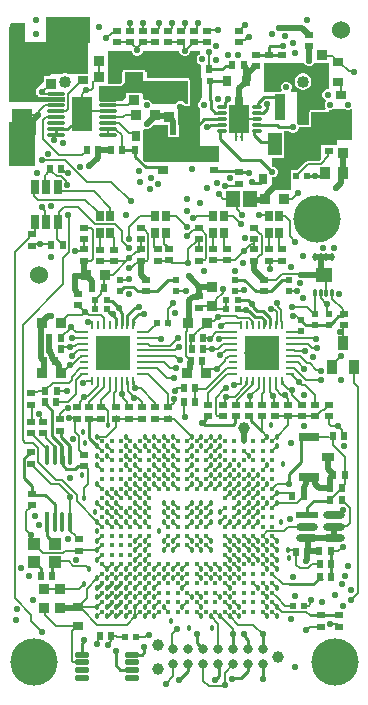
<source format=gtl>
G04*
G04 #@! TF.GenerationSoftware,Altium Limited,Altium Designer,22.8.2 (66)*
G04*
G04 Layer_Physical_Order=1*
G04 Layer_Color=255*
%FSLAX25Y25*%
%MOIN*%
G70*
G04*
G04 #@! TF.SameCoordinates,FBB38BD8-B248-4C14-88E0-E7BD1AE39475*
G04*
G04*
G04 #@! TF.FilePolarity,Positive*
G04*
G01*
G75*
%ADD12C,0.00700*%
%ADD18C,0.00500*%
%ADD20C,0.01000*%
G04:AMPARAMS|DCode=28|XSize=25.59mil|YSize=47.24mil|CornerRadius=1.92mil|HoleSize=0mil|Usage=FLASHONLY|Rotation=180.000|XOffset=0mil|YOffset=0mil|HoleType=Round|Shape=RoundedRectangle|*
%AMROUNDEDRECTD28*
21,1,0.02559,0.04341,0,0,180.0*
21,1,0.02175,0.04724,0,0,180.0*
1,1,0.00384,-0.01088,0.02170*
1,1,0.00384,0.01088,0.02170*
1,1,0.00384,0.01088,-0.02170*
1,1,0.00384,-0.01088,-0.02170*
%
%ADD28ROUNDEDRECTD28*%
%ADD29R,0.06890X0.04724*%
%ADD30R,0.02362X0.02520*%
%ADD31R,0.02520X0.02362*%
G04:AMPARAMS|DCode=32|XSize=43.31mil|YSize=39.37mil|CornerRadius=2.36mil|HoleSize=0mil|Usage=FLASHONLY|Rotation=180.000|XOffset=0mil|YOffset=0mil|HoleType=Round|Shape=RoundedRectangle|*
%AMROUNDEDRECTD32*
21,1,0.04331,0.03465,0,0,180.0*
21,1,0.03858,0.03937,0,0,180.0*
1,1,0.00472,-0.01929,0.01732*
1,1,0.00472,0.01929,0.01732*
1,1,0.00472,0.01929,-0.01732*
1,1,0.00472,-0.01929,-0.01732*
%
%ADD32ROUNDEDRECTD32*%
%ADD36C,0.01575*%
%ADD37R,0.01968X0.02165*%
%ADD38R,0.03740X0.03347*%
%ADD39R,0.03740X0.02953*%
%ADD42R,0.04545X0.05339*%
%ADD43R,0.02165X0.01968*%
%ADD44R,0.03347X0.03740*%
%ADD45R,0.02362X0.02165*%
G04:AMPARAMS|DCode=46|XSize=65.17mil|YSize=14.99mil|CornerRadius=7.5mil|HoleSize=0mil|Usage=FLASHONLY|Rotation=90.000|XOffset=0mil|YOffset=0mil|HoleType=Round|Shape=RoundedRectangle|*
%AMROUNDEDRECTD46*
21,1,0.06517,0.00000,0,0,90.0*
21,1,0.05018,0.01499,0,0,90.0*
1,1,0.01499,0.00000,0.02509*
1,1,0.01499,0.00000,-0.02509*
1,1,0.01499,0.00000,-0.02509*
1,1,0.01499,0.00000,0.02509*
%
%ADD46ROUNDEDRECTD46*%
%ADD47R,0.01499X0.06517*%
G04:AMPARAMS|DCode=48|XSize=9.84mil|YSize=23.62mil|CornerRadius=1.97mil|HoleSize=0mil|Usage=FLASHONLY|Rotation=180.000|XOffset=0mil|YOffset=0mil|HoleType=Round|Shape=RoundedRectangle|*
%AMROUNDEDRECTD48*
21,1,0.00984,0.01968,0,0,180.0*
21,1,0.00591,0.02362,0,0,180.0*
1,1,0.00394,-0.00295,0.00984*
1,1,0.00394,0.00295,0.00984*
1,1,0.00394,0.00295,-0.00984*
1,1,0.00394,-0.00295,-0.00984*
%
%ADD48ROUNDEDRECTD48*%
G04:AMPARAMS|DCode=49|XSize=23.62mil|YSize=9.84mil|CornerRadius=1.97mil|HoleSize=0mil|Usage=FLASHONLY|Rotation=180.000|XOffset=0mil|YOffset=0mil|HoleType=Round|Shape=RoundedRectangle|*
%AMROUNDEDRECTD49*
21,1,0.02362,0.00591,0,0,180.0*
21,1,0.01968,0.00984,0,0,180.0*
1,1,0.00394,-0.00984,0.00295*
1,1,0.00394,0.00984,0.00295*
1,1,0.00394,0.00984,-0.00295*
1,1,0.00394,-0.00984,-0.00295*
%
%ADD49ROUNDEDRECTD49*%
%ADD51R,0.02953X0.03543*%
%ADD52R,0.03543X0.02953*%
%ADD53R,0.03347X0.09055*%
%ADD54R,0.13386X0.03858*%
G04:AMPARAMS|DCode=55|XSize=57.09mil|YSize=11.02mil|CornerRadius=1.38mil|HoleSize=0mil|Usage=FLASHONLY|Rotation=0.000|XOffset=0mil|YOffset=0mil|HoleType=Round|Shape=RoundedRectangle|*
%AMROUNDEDRECTD55*
21,1,0.05709,0.00827,0,0,0.0*
21,1,0.05433,0.01102,0,0,0.0*
1,1,0.00276,0.02717,-0.00413*
1,1,0.00276,-0.02717,-0.00413*
1,1,0.00276,-0.02717,0.00413*
1,1,0.00276,0.02717,0.00413*
%
%ADD55ROUNDEDRECTD55*%
G04:AMPARAMS|DCode=56|XSize=27.95mil|YSize=10.63mil|CornerRadius=3.72mil|HoleSize=0mil|Usage=FLASHONLY|Rotation=270.000|XOffset=0mil|YOffset=0mil|HoleType=Round|Shape=RoundedRectangle|*
%AMROUNDEDRECTD56*
21,1,0.02795,0.00319,0,0,270.0*
21,1,0.02051,0.01063,0,0,270.0*
1,1,0.00744,-0.00160,-0.01026*
1,1,0.00744,-0.00160,0.01026*
1,1,0.00744,0.00160,0.01026*
1,1,0.00744,0.00160,-0.01026*
%
%ADD56ROUNDEDRECTD56*%
%ADD57R,0.07301X0.02410*%
G04:AMPARAMS|DCode=58|XSize=73.01mil|YSize=24.1mil|CornerRadius=12.05mil|HoleSize=0mil|Usage=FLASHONLY|Rotation=0.000|XOffset=0mil|YOffset=0mil|HoleType=Round|Shape=RoundedRectangle|*
%AMROUNDEDRECTD58*
21,1,0.07301,0.00000,0,0,0.0*
21,1,0.04891,0.02410,0,0,0.0*
1,1,0.02410,0.02445,0.00000*
1,1,0.02410,-0.02445,0.00000*
1,1,0.02410,-0.02445,0.00000*
1,1,0.02410,0.02445,0.00000*
%
%ADD58ROUNDEDRECTD58*%
G04:AMPARAMS|DCode=59|XSize=17.72mil|YSize=45.28mil|CornerRadius=1.95mil|HoleSize=0mil|Usage=FLASHONLY|Rotation=270.000|XOffset=0mil|YOffset=0mil|HoleType=Round|Shape=RoundedRectangle|*
%AMROUNDEDRECTD59*
21,1,0.01772,0.04138,0,0,270.0*
21,1,0.01382,0.04528,0,0,270.0*
1,1,0.00390,-0.02069,-0.00691*
1,1,0.00390,-0.02069,0.00691*
1,1,0.00390,0.02069,0.00691*
1,1,0.00390,0.02069,-0.00691*
%
%ADD59ROUNDEDRECTD59*%
%ADD60R,0.04331X0.03150*%
%ADD61R,0.06693X0.03150*%
%ADD62R,0.02559X0.03347*%
G04:AMPARAMS|DCode=82|XSize=114.17mil|YSize=114.17mil|CornerRadius=1.71mil|HoleSize=0mil|Usage=FLASHONLY|Rotation=180.000|XOffset=0mil|YOffset=0mil|HoleType=Round|Shape=RoundedRectangle|*
%AMROUNDEDRECTD82*
21,1,0.11417,0.11075,0,0,180.0*
21,1,0.11075,0.11417,0,0,180.0*
1,1,0.00343,-0.05537,0.05537*
1,1,0.00343,0.05537,0.05537*
1,1,0.00343,0.05537,-0.05537*
1,1,0.00343,-0.05537,-0.05537*
%
%ADD82ROUNDEDRECTD82*%
%ADD100C,0.04016*%
%ADD103R,0.02600X0.02300*%
%ADD104R,0.09000X0.15000*%
%ADD105R,0.15000X0.09000*%
%ADD106C,0.03150*%
%ADD107R,0.02300X0.02600*%
%ADD108R,0.03500X0.04900*%
G04:AMPARAMS|DCode=109|XSize=64.96mil|YSize=94.49mil|CornerRadius=1.95mil|HoleSize=0mil|Usage=FLASHONLY|Rotation=0.000|XOffset=0mil|YOffset=0mil|HoleType=Round|Shape=RoundedRectangle|*
%AMROUNDEDRECTD109*
21,1,0.06496,0.09059,0,0,0.0*
21,1,0.06106,0.09449,0,0,0.0*
1,1,0.00390,0.03053,-0.04530*
1,1,0.00390,-0.03053,-0.04530*
1,1,0.00390,-0.03053,0.04530*
1,1,0.00390,0.03053,0.04530*
%
%ADD109ROUNDEDRECTD109*%
G04:AMPARAMS|DCode=110|XSize=11.02mil|YSize=33.47mil|CornerRadius=1.98mil|HoleSize=0mil|Usage=FLASHONLY|Rotation=90.000|XOffset=0mil|YOffset=0mil|HoleType=Round|Shape=RoundedRectangle|*
%AMROUNDEDRECTD110*
21,1,0.01102,0.02950,0,0,90.0*
21,1,0.00706,0.03347,0,0,90.0*
1,1,0.00397,0.01475,0.00353*
1,1,0.00397,0.01475,-0.00353*
1,1,0.00397,-0.01475,-0.00353*
1,1,0.00397,-0.01475,0.00353*
%
%ADD110ROUNDEDRECTD110*%
%ADD111R,0.06500X0.11201*%
%ADD112C,0.06000*%
%ADD113R,0.05512X0.05118*%
%ADD114C,0.03937*%
%ADD115R,0.04764X0.07500*%
%ADD116R,0.03400X0.04000*%
%ADD117C,0.00625*%
%ADD118C,0.02000*%
%ADD119C,0.00900*%
%ADD120C,0.00400*%
%ADD121R,0.01102X0.02756*%
%ADD122C,0.15748*%
%ADD123C,0.02200*%
%ADD124C,0.01800*%
%ADD125C,0.01968*%
G36*
X65158Y212399D02*
X64980Y212326D01*
X64474Y211820D01*
X64200Y211158D01*
Y210442D01*
X64474Y209780D01*
X64980Y209274D01*
X65158Y209201D01*
Y196837D01*
X65009Y196689D01*
X64735Y196027D01*
Y195311D01*
X65009Y194650D01*
X65158Y194502D01*
Y181890D01*
X71653D01*
Y176772D01*
X47006D01*
X46457Y177321D01*
Y187370D01*
X46957Y187704D01*
X47280Y187570D01*
X47996D01*
X48657Y187844D01*
X49164Y188350D01*
X49231Y188512D01*
X49695Y188976D01*
X54508D01*
Y185059D01*
X58270D01*
Y188979D01*
X58110D01*
Y190276D01*
X57978Y190940D01*
X57874Y191096D01*
Y195669D01*
X59730D01*
X59806Y195594D01*
X59829Y195558D01*
X59829Y195558D01*
X59830Y195558D01*
X59952Y195476D01*
X60061Y195404D01*
X60061Y195404D01*
X60061Y195404D01*
X60198Y195376D01*
X60334Y195349D01*
X60334Y195349D01*
X60334Y195349D01*
X61417D01*
X61690Y195404D01*
X61922Y195558D01*
X62077Y195790D01*
X62131Y196063D01*
Y203543D01*
X62077Y203816D01*
X61922Y204048D01*
X61811Y204122D01*
Y204724D01*
X47638D01*
Y206693D01*
X47170D01*
X47116Y206966D01*
X46961Y207198D01*
X46730Y207352D01*
X46457Y207407D01*
X40168D01*
X39895Y207352D01*
X39664Y207198D01*
X39509Y206966D01*
X39455Y206693D01*
Y203281D01*
X38856Y202682D01*
X34646D01*
Y213779D01*
X42657D01*
Y213438D01*
X42931Y212776D01*
X43437Y212270D01*
X44099Y211996D01*
X44815D01*
X45476Y212270D01*
X45983Y212776D01*
X46257Y213438D01*
Y213779D01*
X58436D01*
Y213296D01*
X58710Y212634D01*
X59217Y212128D01*
X59878Y211854D01*
X60594D01*
X61256Y212128D01*
X61762Y212634D01*
X62036Y213296D01*
Y213779D01*
X65158D01*
Y212399D01*
D02*
G37*
G36*
X108268Y204724D02*
Y200906D01*
X108258Y200900D01*
X107542D01*
X106880Y200626D01*
X106374Y200120D01*
X106100Y199458D01*
Y198742D01*
X106374Y198080D01*
X106880Y197574D01*
X107187Y197447D01*
X107304Y196857D01*
X107135Y196689D01*
X106861Y196027D01*
Y195311D01*
X107135Y194650D01*
X107278Y194508D01*
X107120Y193966D01*
X107037Y193911D01*
X105562D01*
X105493Y193898D01*
X105422D01*
X105245Y193862D01*
X102362D01*
X102089Y193808D01*
X101857Y193653D01*
X101703Y193422D01*
X101648Y193149D01*
Y188903D01*
X98257D01*
X98121Y188876D01*
X97983Y189209D01*
X97638Y189553D01*
Y200000D01*
X95772D01*
X95565Y200500D01*
X95621Y200555D01*
X95894Y201217D01*
Y201933D01*
X95621Y202594D01*
X95114Y203101D01*
X94453Y203375D01*
X93736D01*
X93075Y203101D01*
X92568Y202594D01*
X92295Y201933D01*
Y201217D01*
X92546Y200609D01*
X92361Y200109D01*
X89457D01*
Y200000D01*
X86614D01*
Y209700D01*
X100134D01*
X100267Y209379D01*
X100774Y208873D01*
X101435Y208599D01*
X102151D01*
X102813Y208873D01*
X103319Y209379D01*
X103452Y209700D01*
X108268D01*
Y204724D01*
D02*
G37*
G36*
X6900Y222824D02*
Y216535D01*
X27953D01*
Y212700D01*
Y206113D01*
X23906D01*
Y205906D01*
X21533D01*
X21459Y205948D01*
X20770Y206133D01*
X20057D01*
X19368Y205948D01*
X19294Y205906D01*
X15748D01*
X14972Y205129D01*
X13178D01*
Y203335D01*
X10630Y200787D01*
Y198425D01*
X11697D01*
X12240Y198200D01*
X12957D01*
X13390Y198380D01*
X13595Y198339D01*
X14239D01*
X14437Y198207D01*
X14764Y198142D01*
X20197D01*
X20314Y198046D01*
Y196836D01*
X20197Y196740D01*
X14764D01*
X14572Y196702D01*
X1575D01*
Y220849D01*
X1866Y221808D01*
X2414Y222835D01*
X6890D01*
X6900Y222824D01*
D02*
G37*
G36*
X46457Y203543D02*
X61417D01*
Y196063D01*
X60334D01*
X60326Y196083D01*
X59820Y196589D01*
X59158Y196863D01*
X58442D01*
X57780Y196589D01*
X57274Y196083D01*
X57266Y196063D01*
X49279D01*
X49065Y196580D01*
X48559Y197086D01*
X47897Y197360D01*
X47181D01*
X46957Y197267D01*
X46457Y197601D01*
Y199213D01*
X45877D01*
Y199617D01*
X40737D01*
Y198217D01*
X39370Y196850D01*
X31600D01*
Y201969D01*
X40157D01*
Y202548D01*
X40168D01*
Y206693D01*
X46457D01*
Y203543D01*
D02*
G37*
G36*
X116142Y183858D02*
X111024D01*
Y182283D01*
X105512D01*
Y177498D01*
X105068Y177055D01*
X101280D01*
X101279Y177055D01*
X100870Y176973D01*
X100522Y176741D01*
X97611Y173830D01*
X95658D01*
Y170265D01*
X95669D01*
Y167323D01*
X89370D01*
Y171501D01*
X89728D01*
X90390Y171775D01*
X90896Y172282D01*
X91170Y172943D01*
Y173659D01*
X90896Y174321D01*
X90390Y174827D01*
X89728Y175101D01*
X89370D01*
Y177953D01*
X93307D01*
Y178227D01*
X93436D01*
Y186966D01*
X95135D01*
X95437Y186663D01*
X96099Y186389D01*
X96815D01*
X97476Y186663D01*
X97983Y187169D01*
X98257Y187831D01*
Y188189D01*
X102362D01*
Y193149D01*
X105315D01*
X105562Y193198D01*
X107393D01*
Y193307D01*
X108268D01*
Y193884D01*
X108303Y193869D01*
X109019D01*
X109681Y194143D01*
X109838Y194300D01*
X113684D01*
X113727Y194257D01*
X114388Y193983D01*
X115104D01*
X115766Y194257D01*
X115808Y194300D01*
X116142D01*
Y183858D01*
D02*
G37*
%LPC*%
G36*
X100022Y206133D02*
X99309D01*
X98620Y205948D01*
X98003Y205592D01*
X97499Y205088D01*
X97142Y204470D01*
X96957Y203782D01*
Y203069D01*
X97142Y202380D01*
X97499Y201763D01*
X98003Y201258D01*
X98620Y200902D01*
X99309Y200717D01*
X100022D01*
X100711Y200902D01*
X101328Y201258D01*
X101832Y201763D01*
X102189Y202380D01*
X102373Y203069D01*
Y203782D01*
X102189Y204470D01*
X101832Y205088D01*
X101328Y205592D01*
X100711Y205948D01*
X100022Y206133D01*
D02*
G37*
%LPD*%
D12*
X19142Y171919D02*
X20360Y170701D01*
X20813Y169287D02*
X21100Y169000D01*
X17545Y171919D02*
X19142D01*
X20360Y170701D02*
X20360D01*
X20813Y170248D01*
Y169287D02*
Y170248D01*
X21100Y169000D02*
Y169406D01*
X15310Y174300D02*
X16141Y173469D01*
Y173323D02*
X17545Y171919D01*
X16141Y173323D02*
Y173469D01*
X13800Y168507D02*
Y172259D01*
Y168507D02*
X14100Y168207D01*
X18470Y166807D02*
X29893D01*
X13800Y156893D02*
Y160300D01*
Y156893D02*
X14100Y156593D01*
X17540Y156293D02*
X18174Y156926D01*
Y159874D01*
X17540Y150910D02*
Y156293D01*
Y167737D02*
X18470Y166807D01*
X17540Y167737D02*
Y167907D01*
X17840Y168207D01*
X29893Y166807D02*
X35276Y161424D01*
Y158780D02*
Y161424D01*
X19500Y148800D02*
Y148950D01*
X17540Y150910D02*
X19500Y148950D01*
X18174Y159874D02*
X19900Y161600D01*
X24632D01*
X30326Y155905D01*
X36994D01*
X39370Y153530D01*
Y150330D02*
Y153530D01*
Y150330D02*
X41800Y147900D01*
X12500Y161600D02*
X13800Y160300D01*
X15310Y174221D02*
Y174300D01*
X14150Y173061D02*
X15310Y174221D01*
X14150Y172609D02*
Y173061D01*
X13800Y172259D02*
X14150Y172609D01*
X11373Y192227D02*
X11442Y192158D01*
X9223Y192227D02*
X11373D01*
X7900Y193550D02*
X9223Y192227D01*
X53832Y158780D02*
X57362D01*
X61024Y155118D01*
X97342Y172047D02*
Y172146D01*
X97977Y172780D01*
X98075D02*
X101279Y175984D01*
X105512D01*
X97977Y172780D02*
X98075D01*
X22102Y53688D02*
X23990Y51800D01*
Y51721D02*
Y51800D01*
X24821Y50890D02*
X24900D01*
X23990Y51721D02*
X24821Y50890D01*
X22102Y53688D02*
Y56440D01*
X21949Y56593D02*
X22102Y56440D01*
X7300Y60124D02*
X8499Y61323D01*
X7300Y53900D02*
X8900Y52300D01*
X7300Y53900D02*
Y60124D01*
X8499Y61473D02*
X9299Y62273D01*
X8499Y61323D02*
Y61473D01*
X9299Y62273D02*
X9449D01*
X9896Y49168D02*
X9994Y49266D01*
X9896Y49167D02*
Y49168D01*
X10126Y50884D02*
X10839Y50171D01*
X10900D01*
X63536Y220404D02*
X64336Y221204D01*
X63386Y220404D02*
X63536D01*
X64336Y221204D02*
Y222604D01*
X64567Y222835D01*
X67716Y220404D02*
X67785Y220472D01*
X71260D01*
X11670Y193570D02*
X13573Y195473D01*
X17480D01*
X11442Y192158D02*
X11670Y192386D01*
Y193570D01*
X18400Y178900D02*
X25819D01*
X13000Y184300D02*
Y190525D01*
Y184300D02*
X18400Y178900D01*
X88326Y158800D02*
X88346Y158780D01*
X85000Y158800D02*
X88326D01*
X95300Y151800D02*
Y157062D01*
Y151800D02*
X97000Y150100D01*
X97000D01*
X88189Y143769D02*
X92713D01*
X91963Y148319D02*
Y148548D01*
Y148319D02*
X92713Y147569D01*
X91732Y148779D02*
Y153032D01*
Y148779D02*
X91963Y148548D01*
X88189Y147569D02*
Y152874D01*
X88346Y153032D01*
X88600Y141100D02*
Y143358D01*
X88189Y143769D02*
X88600Y143358D01*
X93652Y158711D02*
X95300Y157062D01*
X93364Y139337D02*
X96399D01*
X93275Y139248D02*
X93364Y139337D01*
X92568Y139248D02*
X93275D01*
X96488D02*
X98752D01*
X90653Y137333D02*
X92568Y139248D01*
X96399Y139337D02*
X96488Y139248D01*
X98752D02*
X98900Y139100D01*
X36400D02*
X41800Y144500D01*
X33190Y138740D02*
X33550Y139100D01*
X36400D01*
X69379Y128740D02*
X69476D01*
X69279D02*
X69379D01*
X72894Y132894D02*
Y134316D01*
X73003Y134425D01*
X70799Y130799D02*
X72894Y132894D01*
X69476Y128740D02*
X70799Y130063D01*
Y130799D01*
X74114Y127559D02*
Y130709D01*
X65591Y128740D02*
X69279D01*
X64961Y128110D02*
X65591Y128740D01*
X69379D02*
X70560Y127559D01*
X74114D01*
X77026Y133711D02*
X79774D01*
X76878Y133563D02*
X77026Y133711D01*
X79774D02*
X79921Y133858D01*
X27100Y126500D02*
X27260D01*
X28260Y125500D01*
X32374D01*
X33202Y124672D01*
X24500Y128910D02*
X25331Y128079D01*
X25521D01*
X27100Y126500D01*
X33190Y134500D02*
X33301Y134611D01*
X33190Y134500D02*
Y138740D01*
X30413Y130807D02*
X31048Y131441D01*
X31146D01*
X32434Y132730D01*
Y133745D01*
X33190Y134500D01*
X30413Y130709D02*
Y130807D01*
Y127559D02*
Y130709D01*
X21430Y125564D02*
X25940D01*
X18898Y123031D02*
X21430Y125564D01*
X79921Y146850D02*
X82284Y149213D01*
X75882Y163779D02*
X77628Y162034D01*
X88779Y99958D02*
Y103543D01*
Y99958D02*
X89800Y98938D01*
X90731Y100820D02*
Y103526D01*
X90748Y103543D01*
X90731Y100820D02*
X92464Y99087D01*
X82732Y103401D02*
X82874Y103543D01*
X77815Y97391D02*
X82732Y102308D01*
Y103401D01*
X77815Y96194D02*
Y97391D01*
X77222Y95601D02*
X77815Y96194D01*
X84842Y101419D02*
Y103543D01*
X81934Y98510D02*
X84842Y101419D01*
X37172Y102302D02*
X37172Y102302D01*
Y103511D02*
X37205Y103543D01*
X37172Y100153D02*
Y102302D01*
X36614Y99595D02*
X37172Y100153D01*
X37172Y102302D02*
Y103511D01*
X31300Y101900D02*
Y103543D01*
X27087Y98587D02*
X27987D01*
X31300Y101900D01*
X31299Y103543D02*
X31300Y103543D01*
X26800Y98300D02*
X27087Y98587D01*
X54276Y104724D02*
X56693D01*
X50929Y108071D02*
X54276Y104724D01*
X46063Y108071D02*
X50929D01*
X46063Y110039D02*
X53261D01*
X55426Y107874D02*
X57480D01*
X53261Y110039D02*
X55426Y107874D01*
X57108Y113976D02*
X58092Y114961D01*
X58268D01*
X45669Y113976D02*
X57108D01*
X56933Y112008D02*
X58311Y110630D01*
X45669Y112008D02*
X56933D01*
X55164Y115400D02*
X57874Y118110D01*
X47879Y116009D02*
X48489Y115400D01*
X55164D01*
X45734Y116009D02*
X47879D01*
X100800Y103925D02*
X105755D01*
X96796Y107929D02*
X100800Y103925D01*
X81717Y124672D02*
X82732Y123657D01*
Y122583D02*
Y123657D01*
Y122583D02*
X82874Y122441D01*
X94769Y95601D02*
Y97697D01*
X93800Y98666D02*
X94769Y97697D01*
X93800Y98666D02*
Y98800D01*
X111461Y46850D02*
X113036Y48425D01*
X108869Y46850D02*
X111461D01*
X37611Y18489D02*
X37802Y18298D01*
X40230D01*
X35790Y16908D02*
Y18700D01*
X36001Y18489D01*
X37611D01*
X47040Y18200D02*
X47840Y19000D01*
X48200D01*
X43970Y18200D02*
X47040D01*
X31000Y15900D02*
X31179Y16079D01*
Y17869D01*
X32010Y18700D01*
X9429Y99911D02*
X10995D01*
X9055Y99538D02*
X9429Y99911D01*
X11484Y100400D02*
X13700D01*
X10995Y99911D02*
X11484Y100400D01*
X21400Y96700D02*
X23900Y99200D01*
Y103920D01*
X26083Y106102D01*
X22500Y104086D02*
Y105000D01*
X25429Y107929D01*
X21491Y103077D02*
X22500Y104086D01*
X25429Y107929D02*
X26630D01*
X26772Y108071D01*
X95973Y164173D02*
X98000Y166200D01*
X93307Y164173D02*
X95973D01*
X34646Y15764D02*
X35790Y16908D01*
X34646Y15748D02*
Y15764D01*
X22520Y20266D02*
X24205Y21950D01*
X22520Y10290D02*
Y20266D01*
Y10290D02*
X22930Y9879D01*
X25834D01*
X60236Y223228D02*
X60236Y223228D01*
Y222835D02*
Y223228D01*
X59842Y221191D02*
X60236D01*
Y222835D01*
X59055Y220404D02*
X59842Y221191D01*
X55905Y221191D02*
Y222835D01*
X54724Y220404D02*
X55512Y221191D01*
X55905D01*
X34100Y217958D02*
X35903Y219762D01*
X34100Y217900D02*
Y217958D01*
X51575Y221191D02*
Y222835D01*
X51181Y221191D02*
X51575D01*
X50394Y220404D02*
X51181Y221191D01*
X46457Y222835D02*
Y223228D01*
Y220404D02*
Y222835D01*
X44170Y214083D02*
Y214530D01*
X43050Y215650D02*
X44170Y214530D01*
Y214083D02*
X44457Y213796D01*
X42100Y216600D02*
X42250D01*
X43050Y215800D01*
Y215650D02*
Y215800D01*
X37800Y216600D02*
X42100D01*
X35903Y219762D02*
X37162D01*
X37800Y220400D01*
X42126Y220426D02*
Y222835D01*
X42100Y220400D02*
X42126Y220426D01*
X31496Y205118D02*
Y210236D01*
X29700Y201400D02*
Y203188D01*
X27165Y200661D02*
X28961D01*
X30173Y203598D02*
X31496Y204921D01*
X30110Y203598D02*
X30173D01*
X29700Y203188D02*
X30110Y203598D01*
X31496Y204921D02*
Y205118D01*
X28961Y200661D02*
X29700Y201400D01*
X31496Y210236D02*
Y210433D01*
X14031Y201433D02*
X14425D01*
X12598Y200000D02*
X14031Y201433D01*
X14425D02*
X15748Y202756D01*
X25984Y209842D02*
X26378Y210236D01*
X22047Y209842D02*
X25984D01*
X20173Y173138D02*
X20678D01*
X19090Y174221D02*
X20173Y173138D01*
X19090Y174221D02*
Y174300D01*
X20720Y173180D02*
X20922D01*
X20678Y173138D02*
X20720Y173180D01*
X20922D02*
X21251Y172851D01*
X20720Y173180D02*
X21049Y172851D01*
X21251D01*
X17500Y100400D02*
X21100D01*
Y100375D02*
Y100400D01*
X20925Y100200D02*
X21100Y100375D01*
X17300Y96600D02*
Y96700D01*
X26083Y106102D02*
X26772D01*
X17300Y96700D02*
X21400D01*
X13700Y100400D02*
Y100550D01*
X16227Y103077D01*
X21491D01*
X12150Y90800D02*
X12950Y90000D01*
X13100D01*
X11800Y92094D02*
X12150Y91744D01*
Y90800D02*
Y91744D01*
X11800Y92094D02*
Y92500D01*
X9249Y90194D02*
Y95738D01*
X9055Y90000D02*
X9249Y90194D01*
X25218Y96540D02*
X26800Y98122D01*
Y98300D01*
X26806Y102900D02*
X27449Y103543D01*
X29331D01*
X26400Y102900D02*
X26806D01*
X25218Y95613D02*
Y96540D01*
X25205Y95601D02*
X25218Y95613D01*
X22887Y117913D02*
X26772D01*
X22800Y118000D02*
X22887Y117913D01*
X21897Y114797D02*
X22336Y115236D01*
X22500Y111900D02*
X22706D01*
X24782Y113976D01*
X19685Y106496D02*
X21989Y108800D01*
X22000D01*
X22287Y109087D01*
X26630Y111866D02*
X26772Y112008D01*
X25656Y111582D02*
X25941Y111866D01*
X22287Y109087D02*
X22776D01*
X25271Y111582D01*
X25941Y111866D02*
X26630D01*
X26876Y126500D02*
X27100D01*
X25940Y125564D02*
X26876Y126500D01*
X20633Y119915D02*
X21006D01*
X22441Y121350D01*
Y121367D02*
Y121653D01*
Y121350D02*
Y121367D01*
X23926Y119882D01*
X26772D01*
X22336Y115236D02*
X23504D01*
X24213Y115945D01*
X19453Y114797D02*
X21897D01*
X10100Y149400D02*
X12100D01*
X9400Y148700D02*
X10100Y149400D01*
X23822Y146922D02*
X26135D01*
X23800Y146900D02*
X23822Y146922D01*
X26135D02*
X26772Y147559D01*
X31890Y158780D02*
X31890Y158780D01*
X21813Y65087D02*
Y65859D01*
X21949Y56593D02*
Y64649D01*
X18380Y69291D02*
X21813Y65859D01*
X21949Y64649D02*
X22100Y64800D01*
X21813Y65087D02*
X22100Y64800D01*
X13000Y190525D02*
X14011Y191535D01*
X41700Y151100D02*
X41800Y151000D01*
X41700Y151100D02*
Y155086D01*
X45394Y158780D01*
X44028Y146728D02*
X44838D01*
X45669Y147559D01*
X41800Y144500D02*
X44028Y146728D01*
X36614Y143652D02*
X40640D01*
X44148Y142948D02*
X44917D01*
X42400Y141200D02*
X44148Y142948D01*
X44917D02*
X45669Y143701D01*
X41297Y137303D02*
X41594Y137600D01*
X42000D01*
X38583Y137303D02*
X41297D01*
X86614Y137333D02*
X90653D01*
X89800Y98700D02*
X89999Y98501D01*
X89800Y98700D02*
Y98938D01*
X89999Y95985D02*
Y98501D01*
X92464Y99087D02*
X93513D01*
X93800Y98800D01*
X94615Y100956D02*
X95744D01*
X96000Y100700D01*
X95971Y99030D02*
X99400Y95601D01*
X92859Y102712D02*
Y103401D01*
Y102712D02*
X94615Y100956D01*
X92716Y103543D02*
X92859Y103401D01*
X95971Y99030D02*
Y100541D01*
X95906Y100606D02*
X95971Y100541D01*
X18800Y34250D02*
X24850D01*
X25575Y34975D01*
X13200Y34250D02*
X18800D01*
X17180Y43459D02*
X21611D01*
X23125Y41945D01*
X25575D01*
X13663Y25637D02*
X17350Y21950D01*
X13663Y25637D02*
Y27488D01*
X13200Y27950D02*
X13663Y27488D01*
X17350Y21950D02*
X24205D01*
X25234Y28688D02*
X25575Y29029D01*
X24500Y28250D02*
X24795D01*
X24500Y28250D02*
X25575Y27175D01*
X56046Y14505D02*
Y19146D01*
X57700Y20800D01*
X56046Y14505D02*
X56378Y14173D01*
X27628Y180559D02*
Y180709D01*
X26828Y179759D02*
X27628Y180559D01*
X26678Y179759D02*
X26828D01*
X25819Y178900D02*
X26678Y179759D01*
X115800Y30600D02*
X118110Y32910D01*
Y101575D01*
X110905Y22495D02*
X111700Y21700D01*
X109005Y22495D02*
X110905D01*
X108800Y22700D02*
X109005Y22495D01*
X41732Y186221D02*
X43307D01*
X44094Y185433D01*
X38386Y189567D02*
X41732Y186221D01*
X34488Y189567D02*
X38386D01*
X116732Y102953D02*
Y108205D01*
Y102953D02*
X118110Y101575D01*
X71590Y165811D02*
Y165914D01*
Y165811D02*
X72970Y164432D01*
X66467Y118110D02*
X68898D01*
X80157Y217330D02*
X81138Y218311D01*
X79062Y217330D02*
X80157D01*
X78347Y216614D02*
X79062Y217330D01*
X81138Y218311D02*
X81544D01*
X60286Y213654D02*
X63236Y216604D01*
X60236Y213654D02*
X60286D01*
X63236Y216604D02*
X63386D01*
X67716D01*
X59205D02*
X60005Y215804D01*
Y213885D02*
Y215804D01*
X59055Y216604D02*
X59205D01*
X60005Y213885D02*
X60236Y213654D01*
X54724Y216604D02*
X59055D01*
X44744Y215041D02*
X46307Y216604D01*
X44744Y214083D02*
Y215041D01*
X46307Y216604D02*
X46457D01*
X44457Y213796D02*
X44744Y214083D01*
X46457Y216604D02*
X50394D01*
X111811Y210039D02*
X114871Y206980D01*
X116248D01*
X116535Y206693D01*
X106258Y211811D02*
X109487D01*
X111024Y210039D02*
X111417D01*
X105905Y211459D02*
X106258Y211811D01*
X109487D02*
X109897Y211401D01*
Y211166D02*
Y211401D01*
Y211166D02*
X111024Y210039D01*
X112205Y199039D02*
Y202953D01*
X111417Y203346D02*
X111811D01*
X112205Y202953D01*
Y199039D02*
X112311Y198933D01*
X85996Y88992D02*
Y91801D01*
X96636Y47144D02*
X97323Y46457D01*
X94564Y47144D02*
X96636D01*
X100102Y107663D02*
Y107772D01*
X105415Y107374D02*
X105702Y107087D01*
X97835Y110039D02*
X100102Y107772D01*
X104092Y107374D02*
X105415D01*
X96056Y105616D02*
X98277Y103395D01*
X95276Y108071D02*
X95418Y107929D01*
X96796D01*
X98277Y103395D02*
X99374Y102299D01*
X100226D02*
X103543Y98982D01*
X99374Y102299D02*
X100226D01*
X80763Y102327D02*
Y103401D01*
X80479Y102043D02*
Y102043D01*
X76862Y98425D02*
X80479Y102043D01*
X80763Y103401D02*
X80905Y103543D01*
X80479Y102043D02*
X80763Y102327D01*
X81890Y95882D02*
Y98425D01*
X81609Y95601D02*
X81890Y95882D01*
X94769Y88992D02*
Y91801D01*
X29540Y144190D02*
Y153925D01*
X26772Y143780D02*
X29130D01*
X29540Y144190D01*
X47979D02*
Y152756D01*
X45669Y154646D02*
X46500Y153815D01*
X46920D02*
X47979Y152756D01*
X46500Y153815D02*
X46920D01*
X47569Y143780D02*
X47979Y144190D01*
X45669Y143780D02*
X47569D01*
X14011Y191535D02*
X17480D01*
X13595Y199409D02*
X17480D01*
X12598Y200000D02*
X13004D01*
X13595Y199409D01*
X96485Y125151D02*
X97585D01*
X98086Y124552D02*
X98721Y123917D01*
X97585Y125151D02*
X98086Y124650D01*
X96215Y125421D02*
X96485Y125151D01*
X98721Y123917D02*
X98819D01*
X98086Y124552D02*
Y124650D01*
X103740Y117913D02*
X103937Y117717D01*
X95276Y117913D02*
X103740D01*
X95276Y119882D02*
X98524D01*
X98819Y120177D01*
X25984Y199213D02*
X27165Y200394D01*
Y200661D01*
X21385Y199239D02*
X26083Y203937D01*
X21385Y194168D02*
Y199239D01*
X26083Y203937D02*
X26378D01*
X20805Y193589D02*
X21385Y194168D01*
X17565Y193589D02*
X20805D01*
X17480Y193504D02*
X17565Y193589D01*
X25984Y192520D02*
Y199213D01*
X17116Y185429D02*
X17317Y185630D01*
X17480D01*
X17116Y184439D02*
Y185429D01*
X16535Y183858D02*
X17116Y184439D01*
X109449Y131102D02*
X112825Y127727D01*
Y126467D02*
X113386Y125906D01*
X109449Y131102D02*
Y133071D01*
X112825Y126467D02*
Y127727D01*
X108268Y89370D02*
Y91811D01*
Y89370D02*
X109055Y88583D01*
X111417D01*
X114250Y62412D02*
X115354Y61308D01*
Y56299D02*
Y61308D01*
X114224Y55169D02*
X115354Y56299D01*
X110040Y55118D02*
X110091Y55169D01*
X114224D01*
X113330Y63166D02*
X113480D01*
X114234Y62412D01*
X112530Y63967D02*
Y64117D01*
X114234Y62412D02*
X114250D01*
X112530Y63967D02*
X113330Y63166D01*
X56378Y5197D02*
Y9173D01*
X53937Y2756D02*
X56378Y5197D01*
X72614Y1787D02*
X73149Y2322D01*
X73555D01*
X68292Y1787D02*
X72614D01*
X66378Y3701D02*
X68292Y1787D01*
X66378Y3701D02*
Y9173D01*
X113036Y48425D02*
X113044D01*
X26850Y75276D02*
X27953Y74173D01*
X26772Y68110D02*
X27953Y69291D01*
Y74173D01*
X66467Y114173D02*
X69291D01*
X62273Y117717D02*
X62667Y118110D01*
X62273Y114567D02*
Y117717D01*
Y114567D02*
X62667Y114173D01*
X45669Y115945D02*
X45734Y116009D01*
X19779Y119060D02*
X20633Y119915D01*
X18829Y118260D02*
X19629Y119060D01*
X18829Y118110D02*
Y118260D01*
X18898Y122835D02*
Y123031D01*
X29331Y122441D02*
Y122799D01*
X29189Y122941D02*
X29331Y122799D01*
X28240Y122941D02*
X29189D01*
X27953Y123228D02*
X28240Y122941D01*
X33202Y122507D02*
Y124672D01*
X76018Y164432D02*
X76276Y164173D01*
X75882Y163779D02*
X76276Y164173D01*
X77628Y160892D02*
X79465Y159055D01*
X77628Y160892D02*
Y162034D01*
X72970Y164432D02*
X76018D01*
X113412Y48057D02*
X113779Y48425D01*
X54855Y90883D02*
X56755D01*
X58646Y88992D01*
X54724Y91013D02*
X54855Y90883D01*
X12702Y197403D02*
X12739Y197441D01*
X73176Y158780D02*
X76260D01*
X79134Y155905D01*
X61417Y142913D02*
Y147638D01*
X64051Y149956D02*
Y150035D01*
X62992Y149213D02*
X63307D01*
X64882Y150866D02*
X64961D01*
X64051Y150035D02*
X64882Y150866D01*
X63307Y149213D02*
X64051Y149956D01*
X61417Y147638D02*
X62992Y149213D01*
X45394Y158780D02*
X50446D01*
X112777Y85973D02*
X113317Y85433D01*
X111417Y88583D02*
X112777Y87223D01*
Y85973D02*
Y87223D01*
X26772Y64567D02*
Y68110D01*
X15816Y69291D02*
X18380D01*
X10005Y75103D02*
X15816Y69291D01*
X10005Y75103D02*
Y75253D01*
X45669Y117913D02*
X52122D01*
X52250Y117784D01*
X50195Y122102D02*
X50829Y122736D01*
Y122835D01*
X45669Y119882D02*
X47876D01*
X50096Y122102D01*
X50195D01*
X26772Y154646D02*
X28819D01*
X29540Y153925D01*
X31890Y153032D02*
X32109Y152813D01*
Y147670D02*
Y152813D01*
X31890Y147452D02*
X32109Y147670D01*
X35276Y152638D02*
X36614Y151299D01*
X35276Y152638D02*
Y153032D01*
X36614Y147452D02*
Y151299D01*
X83465Y149213D02*
Y150866D01*
Y147559D02*
Y149213D01*
X82284D02*
X83465D01*
X74410Y143887D02*
X76958D01*
X69685D02*
X74410D01*
X76958D02*
X79921Y146850D01*
X63061Y154059D02*
X64374D01*
X64961Y154646D01*
X61024Y152022D02*
X63061Y154059D01*
X65938Y153815D02*
X67335Y152418D01*
X65792Y153815D02*
X65938D01*
X64961Y154646D02*
X65792Y153815D01*
X65207Y144026D02*
X66860D01*
X67335Y144500D01*
Y152418D01*
X64961Y143780D02*
X65207Y144026D01*
X73176Y148921D02*
X73460Y148637D01*
X73176Y148921D02*
Y152638D01*
X73460Y148487D02*
X74260Y147687D01*
X73460Y148487D02*
Y148637D01*
X74260Y147687D02*
X74410D01*
X69685Y152927D02*
X69790Y153032D01*
X69685Y147687D02*
Y152927D01*
X62992Y157874D02*
X63247D01*
X64152Y158780D02*
X69790D01*
X63247Y157874D02*
X64152Y158780D01*
X77574Y168597D02*
X78347Y169370D01*
X73207Y168597D02*
X77574D01*
X91801Y158711D02*
X93652D01*
X91732Y158780D02*
X91801Y158711D01*
X24213Y115945D02*
X26772D01*
X24782Y113976D02*
X26772D01*
X18829Y114173D02*
X19453Y114797D01*
X19629Y119060D02*
X19779D01*
X58311Y110630D02*
X58661D01*
X47835Y106102D02*
X54724Y99213D01*
Y95601D02*
Y99213D01*
X45669Y106102D02*
X47835D01*
X45669Y108071D02*
X46063D01*
X44718Y97802D02*
X45950Y96569D01*
X43307Y98032D02*
X43537Y97802D01*
X44718D01*
X45950Y94813D02*
Y96569D01*
X50337Y94813D02*
Y96451D01*
X45607Y101181D02*
X50337Y96451D01*
X43701Y101181D02*
X45607D01*
X32283Y94813D02*
Y97244D01*
X35236Y100197D01*
Y103543D01*
X36614Y95376D02*
Y99595D01*
Y95376D02*
X37177Y94813D01*
X33268Y101647D02*
Y103543D01*
X28403Y96782D02*
X33268Y101647D01*
X28403Y94813D02*
Y96782D01*
X101835Y109630D02*
X104092Y107374D01*
X101000Y109630D02*
X101835D01*
X71151Y114173D02*
X72922Y115945D01*
X69291Y114173D02*
X71151D01*
X107677Y126476D02*
Y129419D01*
Y126476D02*
X108268Y125886D01*
X56496Y96435D02*
Y97215D01*
X54724Y95601D02*
X54737Y95613D01*
X55674D01*
X56496Y96435D01*
Y97215D02*
X56783Y97502D01*
X43414Y101468D02*
X43701Y101181D01*
X89999Y95985D02*
X90382Y95601D01*
X85996D02*
Y99227D01*
X86811Y100043D01*
X77178Y102362D02*
X77527Y102712D01*
X76772Y102362D02*
X77178D01*
X77527Y102712D02*
X78795D01*
X74016Y98425D02*
X76862D01*
X67360Y100934D02*
X74355Y107929D01*
X76236D01*
X64251Y100934D02*
X67360D01*
X63711Y100394D02*
X64251Y100934D01*
X67323Y106299D02*
X68504Y107480D01*
X70866D01*
X73753Y110367D01*
X76236Y111866D02*
X76378Y112008D01*
X74858Y111866D02*
X76236D01*
X74574Y111582D02*
X74858Y111866D01*
X74484Y111582D02*
X74574D01*
X73753Y110851D02*
X74484Y111582D01*
X73753Y110367D02*
Y110851D01*
X66063Y107559D02*
Y110236D01*
Y107559D02*
X67323Y106299D01*
X68110Y95601D02*
Y99595D01*
X74476Y105960D01*
X76236D01*
X18625Y90998D02*
Y92666D01*
X20160Y94201D01*
X18504Y90876D02*
X18625Y90998D01*
X20160Y94201D02*
X20973D01*
X21260Y94488D01*
X50052Y148304D02*
Y152638D01*
X50446Y153032D01*
X50052Y148304D02*
X50446D01*
X51181Y147569D01*
X53438Y149367D02*
Y152638D01*
X53832Y153032D01*
X53438Y149367D02*
X54168Y148637D01*
Y148487D02*
Y148637D01*
Y148487D02*
X54968Y147687D01*
X55118D01*
X45669Y147559D02*
Y150866D01*
X26969Y193504D02*
X34488D01*
X31496Y210433D02*
X32819Y211756D01*
X90329Y127277D02*
X91032Y126573D01*
X90890Y123272D02*
Y123540D01*
X91032Y123682D01*
Y126573D01*
X91319Y128267D02*
X92432Y127153D01*
Y123682D02*
Y127153D01*
X104298Y114600D02*
X104331Y114567D01*
X102723Y114600D02*
X104298D01*
X95276Y115945D02*
X101378D01*
X102723Y114600D01*
X72241Y125378D02*
X77157D01*
X86811Y100043D02*
Y103543D01*
X96893Y113834D02*
X96948Y113779D01*
X95276Y113976D02*
X95418Y113834D01*
X96893D01*
X96948Y113779D02*
X100394D01*
X68898Y118110D02*
X70669Y119882D01*
X68650Y117601D02*
Y117863D01*
X68898Y118110D01*
X95276Y106102D02*
X95571D01*
X96056Y105617D01*
Y105616D02*
Y105617D01*
X72047Y112205D02*
X73819Y113976D01*
X76378D01*
X72922Y115945D02*
X76378D01*
X92574Y123272D02*
Y123540D01*
X92432Y123682D02*
X92574Y123540D01*
X78795Y102712D02*
X78937Y102854D01*
Y103543D01*
X95276Y110039D02*
X97835D01*
X95276Y112008D02*
X98622D01*
X101000Y109630D01*
X70669Y119882D02*
X76378D01*
X90748Y122441D02*
X90890Y122583D01*
Y123272D01*
X71653Y117717D02*
X71752Y117815D01*
X76279D01*
X76378Y117913D01*
X76236Y105960D02*
X76378Y106102D01*
X72441Y122047D02*
X72707D01*
X73601Y122941D01*
X78795D01*
X78937Y122799D01*
Y122441D02*
Y122799D01*
X76236Y107929D02*
X76378Y108071D01*
X77157Y125378D02*
X77863Y124672D01*
X81717D01*
X92574Y122583D02*
X92716Y122441D01*
X92574Y122583D02*
Y123272D01*
X89268Y127277D02*
X90329D01*
X88981Y127564D02*
X89268Y127277D01*
X43414Y101468D02*
Y101874D01*
X43252Y102035D02*
Y103401D01*
Y102035D02*
X43414Y101874D01*
X43110Y103543D02*
X43252Y103401D01*
X43307Y98032D02*
Y98316D01*
X41220Y100403D02*
X43307Y98316D01*
X41220Y100403D02*
Y103465D01*
X91319Y128267D02*
Y129327D01*
X91198Y129449D02*
X91319Y129327D01*
X41142Y103543D02*
X41220Y103465D01*
X39173Y103543D02*
X39272Y103445D01*
Y99311D02*
Y103445D01*
Y99311D02*
X39370Y99213D01*
X33202Y122507D02*
X33268Y122441D01*
X25271Y111582D02*
X25656D01*
X45669Y110039D02*
X46063D01*
X74016Y98019D02*
Y98425D01*
X73705Y96401D02*
Y97709D01*
X72835Y95601D02*
X72905D01*
X73705Y96401D01*
Y97709D02*
X74016Y98019D01*
X103543Y132193D02*
Y133071D01*
Y132193D02*
X103543Y132193D01*
Y125886D02*
Y132193D01*
X105680Y131131D02*
X107393Y129419D01*
X105680Y131131D02*
Y132903D01*
X105512Y133071D02*
X105680Y132903D01*
X70030Y123573D02*
X71260Y124803D01*
X67716Y122835D02*
X68455Y123573D01*
X70030D01*
X100787Y20079D02*
Y20472D01*
X102037Y21722D02*
X105512D01*
X100787Y20472D02*
X102037Y21722D01*
X57796Y101181D02*
X59911D01*
X57008Y100394D02*
X57796Y101181D01*
X39302Y180709D02*
Y185502D01*
X37406Y187397D02*
X39302Y185502D01*
X34689Y187397D02*
X37406D01*
X103445Y125886D02*
X103543D01*
X102811Y126520D02*
X103445Y125886D01*
X96063Y128347D02*
X101083D01*
X102811Y126520D02*
Y126619D01*
X101083Y128347D02*
X102811Y126619D01*
X59911Y92058D02*
Y96457D01*
Y92058D02*
X60236Y91732D01*
X63711Y96457D02*
Y100394D01*
Y101181D01*
X101126Y51378D02*
X101511D01*
X100983D02*
X101126D01*
X97589Y133514D02*
X97638Y133465D01*
X94882Y133563D02*
X94931Y133514D01*
X97589D01*
X108121Y178594D02*
Y180237D01*
X105512Y175984D02*
X108121Y178594D01*
Y180237D02*
X108268Y180384D01*
X34689Y185831D02*
Y187397D01*
X34488Y185630D02*
X34689Y185831D01*
X40157Y192126D02*
X44094D01*
X34488Y191535D02*
X39567D01*
X40157Y192126D01*
X41377Y195473D02*
X41787Y195882D01*
X34488Y195473D02*
X41377D01*
X41787Y195882D02*
Y195921D01*
X43110Y197244D01*
X43307D01*
X64961Y147559D02*
Y150866D01*
X26772Y147559D02*
Y150866D01*
X57579Y133465D02*
X60630D01*
X57480Y133563D02*
X57579Y133465D01*
X103543Y96782D02*
Y98982D01*
D18*
X10260Y153360D02*
X10320D01*
X10360Y153400D01*
Y156593D01*
X11359Y164100D02*
X26963D01*
X10060Y167907D02*
X10360Y168207D01*
X10060Y165399D02*
Y167907D01*
Y165399D02*
X11359Y164100D01*
X31890Y158780D02*
Y159173D01*
X30860Y160203D02*
X31890Y159173D01*
X30860Y160203D02*
X30860D01*
X26963Y164100D02*
X30860Y160203D01*
X9400Y152500D02*
X10260Y153360D01*
X24800Y47010D02*
X25034Y47244D01*
X31102D01*
X20164Y47010D02*
X24800D01*
X19501Y46347D02*
X20164Y47010D01*
X13110Y46347D02*
X19501D01*
X10191Y49266D02*
X13110Y46347D01*
X8900Y49266D02*
X10191D01*
X9994Y50884D02*
X10126D01*
X81240Y47500D02*
X81300D01*
X81500Y47300D01*
X79921Y48819D02*
X81240Y47500D01*
X68300Y207616D02*
Y213200D01*
Y207616D02*
X68435Y207480D01*
X20201Y177300D02*
X27501Y170000D01*
X12700Y177300D02*
X20201D01*
X27501Y170000D02*
X35683D01*
X88346Y158780D02*
X89376Y157750D01*
X9100Y23600D02*
X12700Y20000D01*
X3500Y31289D02*
X9100Y25689D01*
Y23600D02*
Y25689D01*
X35683Y170000D02*
X42200Y163483D01*
X8350Y151450D02*
Y151600D01*
X3500Y146600D02*
X8350Y151450D01*
X3500Y31289D02*
Y146600D01*
X9250Y152500D02*
X9400D01*
X8350Y151600D02*
X9250Y152500D01*
D20*
X11770Y197403D02*
X12702D01*
X10497Y198676D02*
X11770Y197403D01*
X9073Y198676D02*
X10497D01*
X7900Y199850D02*
X9073Y198676D01*
X88189Y214796D02*
X88775Y215382D01*
X92886D01*
X88189Y212330D02*
Y214796D01*
X88239Y212330D02*
X92520D01*
X83858D02*
X88189D01*
X9896Y49167D02*
X10623Y49894D01*
X37402Y31496D02*
X38976Y33071D01*
X37402Y34646D02*
X38976Y36220D01*
X10093Y43459D02*
X11168Y42384D01*
X9896Y43459D02*
X10093D01*
X11168Y42187D02*
Y42384D01*
X15908Y50242D02*
Y50439D01*
X16983Y49167D02*
X17180D01*
X14272Y52076D02*
Y56593D01*
X15908Y50242D02*
X16983Y49167D01*
X14272Y52076D02*
X15908Y50439D01*
X73968Y208768D02*
X75775D01*
X68435Y207480D02*
X72680D01*
X75775Y208768D02*
X76063Y209055D01*
X72680Y207480D02*
X73968Y208768D01*
X6555Y71445D02*
X9449Y68551D01*
Y66073D02*
Y68551D01*
X6555Y71445D02*
Y77700D01*
X83858Y133465D02*
X86614D01*
X80020Y137303D02*
X83858Y133465D01*
X76878Y137303D02*
X80020D01*
X108268Y122146D02*
X108366D01*
X103543D02*
X108268D01*
X105512Y25522D02*
X111678D01*
X101982D02*
X105512D01*
X6555Y77700D02*
X8058Y79203D01*
X8405D01*
X9055Y79853D01*
X37200Y10513D02*
Y13500D01*
Y8900D02*
Y10513D01*
X38780Y7321D02*
X42566D01*
X37200Y8900D02*
X38780Y7321D01*
X45839Y12439D02*
X46661Y13262D01*
Y14862D02*
X46700Y14900D01*
X46661Y13262D02*
Y14862D01*
X42566Y12439D02*
X45839D01*
X14150Y95550D02*
Y95950D01*
X16004Y85135D02*
Y93696D01*
X14150Y95550D02*
X16004Y93696D01*
X13500Y96600D02*
X14150Y95950D01*
X42180Y7706D02*
X42566Y7321D01*
X26772Y16998D02*
Y17323D01*
X25886Y16112D02*
X26772Y16998D01*
X25886Y12824D02*
Y16112D01*
X25834Y12773D02*
X25886Y12824D01*
X25834Y12439D02*
Y12773D01*
X34252Y34646D02*
X35827Y36220D01*
X34252Y31496D02*
X35827Y33071D01*
X31102Y34646D02*
X32677Y36220D01*
X31102Y31496D02*
X32677Y33071D01*
X34252Y25197D02*
X35827Y26772D01*
X34252Y28346D02*
X35827Y29921D01*
X16004Y85135D02*
X19294Y81845D01*
Y78936D02*
Y81845D01*
Y78936D02*
X19390Y78840D01*
X18988Y84846D02*
Y86593D01*
X18504Y87076D02*
X18988Y86593D01*
X21853Y78936D02*
X21949Y78840D01*
X18988Y84846D02*
X21853Y81981D01*
Y78936D02*
Y81981D01*
X24695Y28346D02*
X25575D01*
X101954Y25494D02*
X101982Y25522D01*
X80000Y19300D02*
X80230Y19070D01*
Y18265D02*
X81246Y17248D01*
X80230Y18265D02*
Y19070D01*
X38583Y133563D02*
X38681D01*
X40105Y134987D01*
X43069D01*
X44591Y133465D01*
X47176D01*
X47244Y133533D01*
X70079Y174084D02*
X70546Y173617D01*
X77587D01*
X77695Y173508D01*
Y173126D02*
Y173508D01*
X72146Y184153D02*
Y186957D01*
Y184153D02*
X79134Y177165D01*
X85433D01*
X82409Y90426D02*
X85996Y86839D01*
X81102Y172835D02*
X81496D01*
X80787Y173150D02*
X81102Y172835D01*
X78347Y173150D02*
X80787D01*
X85433Y177165D02*
X89297Y173301D01*
X89370D01*
X11168Y42187D02*
X12252Y41104D01*
Y38767D02*
X12273Y38746D01*
X12252Y38767D02*
Y41104D01*
X17480Y185630D02*
Y187598D01*
X23047Y188698D02*
X25984Y191636D01*
X22163Y188698D02*
X23047D01*
X21063Y187598D02*
X22163Y188698D01*
X17480Y187598D02*
X21063D01*
X108366Y122146D02*
X108850Y122630D01*
Y122728D02*
X109824Y123702D01*
X109847D02*
X111370Y125224D01*
X108850Y122630D02*
Y122728D01*
X109824Y123702D02*
X109847D01*
X111370Y125224D02*
X112705D01*
X113386Y125906D01*
X100591Y122146D02*
X103543D01*
X99402Y123335D02*
X100591Y122146D01*
X98819Y123917D02*
X98917D01*
X99402Y123335D02*
Y123433D01*
X98917Y123917D02*
X99402Y123433D01*
X108268Y91811D02*
X108417Y91662D01*
X78970Y4560D02*
X81306Y6897D01*
Y9101D02*
X81378Y9173D01*
X81306Y6897D02*
Y9101D01*
X76214Y4560D02*
X78970D01*
X94898Y69291D02*
Y72457D01*
X99122Y76681D01*
Y83965D01*
X109021Y42520D02*
Y46816D01*
Y38223D02*
Y42520D01*
X105904Y63779D02*
X108393D01*
X108730Y64117D01*
X105885Y63760D02*
X105904Y63779D01*
X103180Y63760D02*
X105885D01*
X100983Y61563D02*
X103180Y63760D01*
X100983Y58858D02*
Y61563D01*
X12739Y197441D02*
X17480D01*
X67960Y91801D02*
X68110D01*
X28403Y84589D02*
Y91013D01*
X32283D01*
X62846Y187019D02*
X66772Y190945D01*
X60168Y187019D02*
X62846D01*
X66772Y190945D02*
X72539D01*
X99122Y83965D02*
X100197Y85039D01*
X101575D01*
X87629Y194158D02*
Y195897D01*
X87795Y196063D01*
X108987Y38189D02*
X109021Y38223D01*
X86378Y4488D02*
Y9173D01*
X86221Y4331D02*
X86378Y4488D01*
X75984Y4331D02*
X76214Y4560D01*
X66655Y89255D02*
X66934Y88976D01*
X66092Y89255D02*
X66655D01*
X65863Y89485D02*
X66092Y89255D01*
X65863Y89485D02*
X67310Y90932D01*
X85244Y169774D02*
X86192Y170723D01*
X83002Y170079D02*
X83306Y169774D01*
X82677Y170079D02*
X83002D01*
X86192Y170723D02*
Y170838D01*
X83306Y169774D02*
X85244D01*
X81246Y14305D02*
Y17248D01*
Y14305D02*
X81378Y14173D01*
X81759Y91801D02*
X82409Y91151D01*
Y90426D02*
Y91151D01*
X81609Y91801D02*
X81759D01*
X66934Y88976D02*
X76378D01*
X77138Y91717D02*
X77222Y91801D01*
X77138Y89737D02*
Y91717D01*
X76378Y88976D02*
X77138Y89737D01*
X67310Y91151D02*
X67960Y91801D01*
X67310Y90932D02*
Y91151D01*
X28403Y84589D02*
X31102Y81890D01*
X84153Y192913D02*
X84205Y192965D01*
X86435D01*
X87629Y194158D01*
X90835Y188976D02*
X91623Y188189D01*
X96457D01*
X84547Y188976D02*
X90835D01*
X70421Y192965D02*
X72488D01*
X68835Y194550D02*
X70421Y192965D01*
X68835Y194550D02*
Y197369D01*
X68799Y197405D02*
Y203543D01*
Y197405D02*
X68835Y197369D01*
X72488Y192965D02*
X72539Y192913D01*
X73620Y194933D02*
Y196452D01*
X74803Y197635D02*
Y197638D01*
X73620Y196452D02*
X74803Y197635D01*
X73569Y194882D02*
X73620Y194933D01*
X68829Y188976D02*
X72539D01*
X68041Y188189D02*
X68829Y188976D01*
X67716Y188189D02*
X68041D01*
X72146Y186957D02*
X72197Y187008D01*
X72539D01*
X84539Y194933D02*
Y196449D01*
X84488Y194882D02*
X84539Y194933D01*
X84153Y194882D02*
X84488D01*
X91831D02*
Y197252D01*
X90658Y198425D02*
X91831Y197252D01*
X86516Y198425D02*
X90658D01*
X84539Y196449D02*
X86516Y198425D01*
X84153Y188976D02*
X84547D01*
X90318Y183121D02*
X90354Y183158D01*
X85776Y183121D02*
X90318D01*
X83355Y185543D02*
X85776Y183121D01*
X83355Y185543D02*
X83374Y185561D01*
Y186957D01*
X83425Y187008D01*
X84153D01*
X68799Y203543D02*
X74410D01*
X74410Y203543D01*
X43769Y178278D02*
Y180709D01*
Y178278D02*
X47173Y174874D01*
X47244Y174803D02*
X51772D01*
X51842Y174732D02*
X52745Y173830D01*
X53040D01*
X39302Y180709D02*
X43769D01*
X16911Y43727D02*
X17180Y43459D01*
X16366Y43727D02*
X16911D01*
X16073Y43435D02*
X16366Y43727D01*
X16073Y38746D02*
Y43435D01*
X105187Y38189D02*
X105831Y37545D01*
X94898Y35827D02*
X102974D01*
X105187Y38039D01*
Y38189D01*
X9774Y65748D02*
X13780D01*
X16831Y56593D02*
Y62697D01*
X13780Y65748D02*
X16831Y62697D01*
X24512Y75382D02*
X25575D01*
X23512Y74381D02*
X24512Y75382D01*
X20647Y74381D02*
X23512D01*
X19485Y75543D02*
X20647Y74381D01*
X19485Y75543D02*
Y78745D01*
X19390Y78840D02*
X19485Y78745D01*
X86221Y19291D02*
X86378Y19134D01*
X71653Y5123D02*
Y8898D01*
X70472Y3942D02*
X71653Y5123D01*
X70472Y3937D02*
Y3942D01*
X71378Y9173D02*
X71653Y8898D01*
X61267Y6936D02*
Y9062D01*
X58268Y3937D02*
X61267Y6936D01*
Y9062D02*
X61378Y9173D01*
X64173Y16378D02*
Y19291D01*
Y16378D02*
X66378Y14173D01*
X76378D02*
Y19291D01*
X86378Y14173D02*
Y19134D01*
X86614Y133533D02*
X89045D01*
X92815Y137303D01*
X94882D01*
X54626D02*
X57480D01*
X50856Y133533D02*
X54626Y137303D01*
X47244Y133533D02*
X50856D01*
X103543Y172047D02*
X106043D01*
X101083D02*
X103543D01*
X106043D02*
X106831Y172835D01*
X37402Y25197D02*
X38976Y26772D01*
X37402Y28346D02*
X38976Y29921D01*
D28*
X10360Y168207D02*
D03*
X14100D02*
D03*
X17840D02*
D03*
Y156593D02*
D03*
X14100D02*
D03*
X10360D02*
D03*
D29*
X5900Y191991D02*
D03*
Y203409D02*
D03*
D30*
X16968Y110236D02*
D03*
X13189D02*
D03*
X32010Y18700D02*
D03*
X35790D02*
D03*
X39291Y180709D02*
D03*
X35512D02*
D03*
X33190Y134500D02*
D03*
X29410D02*
D03*
X19090Y174300D02*
D03*
X15310D02*
D03*
X105197Y42520D02*
D03*
X108976D02*
D03*
X97323Y46457D02*
D03*
X101102D02*
D03*
X108740Y68110D02*
D03*
X112520D02*
D03*
X62283Y110236D02*
D03*
X66063D02*
D03*
X109803Y72441D02*
D03*
X113583D02*
D03*
X79843Y209055D02*
D03*
X76063D02*
D03*
X56389Y187019D02*
D03*
X60168D02*
D03*
D31*
X24900Y47110D02*
D03*
Y50890D02*
D03*
X24500Y128910D02*
D03*
Y132690D02*
D03*
X78347Y216614D02*
D03*
Y220394D02*
D03*
X113386Y122126D02*
D03*
Y125906D02*
D03*
X64961Y128110D02*
D03*
Y131890D02*
D03*
X83465Y147559D02*
D03*
Y143780D02*
D03*
Y150866D02*
D03*
Y154646D02*
D03*
X64961Y150866D02*
D03*
Y154646D02*
D03*
Y147559D02*
D03*
Y143780D02*
D03*
X45669Y150866D02*
D03*
Y154646D02*
D03*
Y147559D02*
D03*
Y143780D02*
D03*
X26772Y147559D02*
D03*
Y143780D02*
D03*
Y150866D02*
D03*
Y154646D02*
D03*
X26772Y79055D02*
D03*
Y75276D02*
D03*
X108268Y95591D02*
D03*
Y91811D02*
D03*
X78347Y169370D02*
D03*
Y173150D02*
D03*
D32*
X17081Y49266D02*
D03*
X9994D02*
D03*
X17081Y43360D02*
D03*
X9994D02*
D03*
D36*
X32677Y83465D02*
D03*
X35827D02*
D03*
X38976D02*
D03*
X42126D02*
D03*
X45276D02*
D03*
X48425D02*
D03*
X51575D02*
D03*
X54724D02*
D03*
X57874D02*
D03*
X61024D02*
D03*
X64173D02*
D03*
X67323D02*
D03*
X70472D02*
D03*
X73622D02*
D03*
X76772D02*
D03*
X79921D02*
D03*
X83071D02*
D03*
X86221D02*
D03*
X89370D02*
D03*
X32677Y80315D02*
D03*
X35827D02*
D03*
X38976D02*
D03*
X42126D02*
D03*
X45276D02*
D03*
X48425D02*
D03*
X51575D02*
D03*
X54724D02*
D03*
X57874D02*
D03*
X61024D02*
D03*
X64173D02*
D03*
X67323D02*
D03*
X70472D02*
D03*
X73622D02*
D03*
X76772D02*
D03*
X79921D02*
D03*
X83071D02*
D03*
X86221D02*
D03*
X89370D02*
D03*
X32677Y77165D02*
D03*
X35827D02*
D03*
X38976D02*
D03*
X42126D02*
D03*
X45276D02*
D03*
X48425D02*
D03*
X51575D02*
D03*
X54724D02*
D03*
X57874D02*
D03*
X61024D02*
D03*
X64173D02*
D03*
X67323D02*
D03*
X70472D02*
D03*
X73622D02*
D03*
X76772D02*
D03*
X79921D02*
D03*
X83071D02*
D03*
X86221D02*
D03*
X89370D02*
D03*
X32677Y74016D02*
D03*
X35827D02*
D03*
X38976D02*
D03*
X42126D02*
D03*
X45276D02*
D03*
X48425D02*
D03*
X51575D02*
D03*
X54724D02*
D03*
X57874D02*
D03*
X61024D02*
D03*
X64173D02*
D03*
X67323D02*
D03*
X70472D02*
D03*
X73622D02*
D03*
X76772D02*
D03*
X79921D02*
D03*
X83071D02*
D03*
X86221D02*
D03*
X89370D02*
D03*
X32677Y70866D02*
D03*
X35827D02*
D03*
X38976D02*
D03*
X42126D02*
D03*
X45276D02*
D03*
X48425D02*
D03*
X51575D02*
D03*
X54724D02*
D03*
X57874D02*
D03*
X61024D02*
D03*
X64173D02*
D03*
X67323D02*
D03*
X70472D02*
D03*
X73622D02*
D03*
X76772D02*
D03*
X79921D02*
D03*
X83071D02*
D03*
X86221D02*
D03*
X89370D02*
D03*
X32677Y67716D02*
D03*
X35827D02*
D03*
X38976D02*
D03*
X42126D02*
D03*
X45276D02*
D03*
X48425D02*
D03*
X51575D02*
D03*
X54724D02*
D03*
X57874D02*
D03*
X61024D02*
D03*
X64173D02*
D03*
X67323D02*
D03*
X70472D02*
D03*
X73622D02*
D03*
X76772D02*
D03*
X79921D02*
D03*
X83071D02*
D03*
X86221D02*
D03*
X89370D02*
D03*
X32677Y64567D02*
D03*
X35827D02*
D03*
X38976D02*
D03*
X42126D02*
D03*
X45276D02*
D03*
X48425D02*
D03*
X73622D02*
D03*
X76772D02*
D03*
X79921D02*
D03*
X83071D02*
D03*
X86221D02*
D03*
X89370D02*
D03*
X32677Y61417D02*
D03*
X35827D02*
D03*
X38976D02*
D03*
X42126D02*
D03*
X45276D02*
D03*
X48425D02*
D03*
X54724D02*
D03*
X57874D02*
D03*
X61024D02*
D03*
X64173D02*
D03*
X67323D02*
D03*
X73622D02*
D03*
X76772D02*
D03*
X79921D02*
D03*
X83071D02*
D03*
X86221D02*
D03*
X89370D02*
D03*
X32677Y58268D02*
D03*
X35827D02*
D03*
X38976D02*
D03*
X42126D02*
D03*
X45276D02*
D03*
X48425D02*
D03*
X54724D02*
D03*
X57874D02*
D03*
X61024D02*
D03*
X64173D02*
D03*
X67323D02*
D03*
X73622D02*
D03*
X76772D02*
D03*
X79921D02*
D03*
X83071D02*
D03*
X86221D02*
D03*
X89370D02*
D03*
X32677Y55118D02*
D03*
X35827D02*
D03*
X38976D02*
D03*
X42126D02*
D03*
X45276D02*
D03*
X48425D02*
D03*
X54724D02*
D03*
X57874D02*
D03*
X61024D02*
D03*
X64173D02*
D03*
X67323D02*
D03*
X73622D02*
D03*
X76772D02*
D03*
X79921D02*
D03*
X83071D02*
D03*
X86221D02*
D03*
X89370D02*
D03*
X32677Y51968D02*
D03*
X35827D02*
D03*
X38976D02*
D03*
X42126D02*
D03*
X45276D02*
D03*
X48425D02*
D03*
X54724D02*
D03*
X57874D02*
D03*
X61024D02*
D03*
X64173D02*
D03*
X67323D02*
D03*
X73622D02*
D03*
X76772D02*
D03*
X79921D02*
D03*
X83071D02*
D03*
X86221D02*
D03*
X89370D02*
D03*
X32677Y48819D02*
D03*
X35827D02*
D03*
X38976D02*
D03*
X42126D02*
D03*
X45276D02*
D03*
X48425D02*
D03*
X54724D02*
D03*
X57874D02*
D03*
X61024D02*
D03*
X64173D02*
D03*
X67323D02*
D03*
X73622D02*
D03*
X76772D02*
D03*
X79921D02*
D03*
X83071D02*
D03*
X86221D02*
D03*
X89370D02*
D03*
X32677Y45669D02*
D03*
X35827D02*
D03*
X38976D02*
D03*
X42126D02*
D03*
X45276D02*
D03*
X48425D02*
D03*
X73622D02*
D03*
X76772D02*
D03*
X79921D02*
D03*
X83071D02*
D03*
X86221D02*
D03*
X89370D02*
D03*
X32677Y42520D02*
D03*
X35827D02*
D03*
X38976D02*
D03*
X42126D02*
D03*
X45276D02*
D03*
X48425D02*
D03*
X51575D02*
D03*
X54724D02*
D03*
X57874D02*
D03*
X61024D02*
D03*
X64173D02*
D03*
X67323D02*
D03*
X70472D02*
D03*
X73622D02*
D03*
X76772D02*
D03*
X79921D02*
D03*
X83071D02*
D03*
X86221D02*
D03*
X89370D02*
D03*
X32677Y39370D02*
D03*
X35827D02*
D03*
X38976D02*
D03*
X42126D02*
D03*
X45276D02*
D03*
X48425D02*
D03*
X51575D02*
D03*
X54724D02*
D03*
X57874D02*
D03*
X61024D02*
D03*
X64173D02*
D03*
X67323D02*
D03*
X70472D02*
D03*
X73622D02*
D03*
X76772D02*
D03*
X79921D02*
D03*
X83071D02*
D03*
X86221D02*
D03*
X89370D02*
D03*
X32677Y36220D02*
D03*
X35827D02*
D03*
X38976D02*
D03*
X42126D02*
D03*
X45276D02*
D03*
X48425D02*
D03*
X51575D02*
D03*
X54724D02*
D03*
X57874D02*
D03*
X61024D02*
D03*
X64173D02*
D03*
X67323D02*
D03*
X70472D02*
D03*
X73622D02*
D03*
X76772D02*
D03*
X79921D02*
D03*
X83071D02*
D03*
X86221D02*
D03*
X89370D02*
D03*
X32677Y33071D02*
D03*
X35827D02*
D03*
X38976D02*
D03*
X42126D02*
D03*
X45276D02*
D03*
X48425D02*
D03*
X51575D02*
D03*
X54724D02*
D03*
X57874D02*
D03*
X61024D02*
D03*
X64173D02*
D03*
X67323D02*
D03*
X70472D02*
D03*
X73622D02*
D03*
X76772D02*
D03*
X79921D02*
D03*
X83071D02*
D03*
X86221D02*
D03*
X89370D02*
D03*
X32677Y29921D02*
D03*
X35827D02*
D03*
X38976D02*
D03*
X42126D02*
D03*
X45276D02*
D03*
X48425D02*
D03*
X51575D02*
D03*
X54724D02*
D03*
X57874D02*
D03*
X61024D02*
D03*
X64173D02*
D03*
X67323D02*
D03*
X70472D02*
D03*
X73622D02*
D03*
X76772D02*
D03*
X79921D02*
D03*
X83071D02*
D03*
X86221D02*
D03*
X89370D02*
D03*
X32677Y26772D02*
D03*
X35827D02*
D03*
X38976D02*
D03*
X42126D02*
D03*
X45276D02*
D03*
X48425D02*
D03*
X51575D02*
D03*
X54724D02*
D03*
X57874D02*
D03*
X61024D02*
D03*
X64173D02*
D03*
X67323D02*
D03*
X70472D02*
D03*
X73622D02*
D03*
X76772D02*
D03*
X79921D02*
D03*
X83071D02*
D03*
X86221D02*
D03*
X89370D02*
D03*
D37*
X40230Y18200D02*
D03*
X43970D02*
D03*
X74114Y127559D02*
D03*
X77854D02*
D03*
X74114Y130709D02*
D03*
X77854D02*
D03*
X50829Y122835D02*
D03*
X54569D02*
D03*
X30413Y130709D02*
D03*
X34154D02*
D03*
X30413Y127559D02*
D03*
X34154D02*
D03*
X99902Y28740D02*
D03*
X96161D02*
D03*
X101083Y172047D02*
D03*
X97342D02*
D03*
X68799Y203543D02*
D03*
X65059D02*
D03*
D38*
X18800Y27950D02*
D03*
Y34250D02*
D03*
X105905Y205947D02*
D03*
Y212246D02*
D03*
X69279Y135039D02*
D03*
Y128740D02*
D03*
X13200Y34250D02*
D03*
Y27950D02*
D03*
X112992Y179528D02*
D03*
Y185827D02*
D03*
X43307Y203543D02*
D03*
Y197244D02*
D03*
X15748Y202756D02*
D03*
Y209055D02*
D03*
D39*
X111417Y203346D02*
D03*
Y210039D02*
D03*
D42*
X76276Y164173D02*
D03*
X81992D02*
D03*
D43*
X76878Y137303D02*
D03*
Y133563D02*
D03*
X57480Y137303D02*
D03*
Y133563D02*
D03*
X108268Y125886D02*
D03*
Y122146D02*
D03*
X103543Y125886D02*
D03*
Y122146D02*
D03*
X94882Y137303D02*
D03*
Y133563D02*
D03*
X98819Y120177D02*
D03*
Y123917D02*
D03*
X38583Y133563D02*
D03*
Y137303D02*
D03*
D44*
X18898Y122835D02*
D03*
X12598D02*
D03*
X61417D02*
D03*
X67716D02*
D03*
X61024Y106299D02*
D03*
X67323D02*
D03*
X27250Y139100D02*
D03*
X33550D02*
D03*
X12598Y106299D02*
D03*
X18898D02*
D03*
X55118Y191732D02*
D03*
X61417D02*
D03*
X50394Y192126D02*
D03*
X44094D02*
D03*
X31496Y210236D02*
D03*
X37795D02*
D03*
X31496Y205118D02*
D03*
X37795D02*
D03*
X93307Y164173D02*
D03*
X87008D02*
D03*
D45*
X105512Y194980D02*
D03*
Y191634D02*
D03*
D46*
X14272Y78840D02*
D03*
X16831D02*
D03*
X19390D02*
D03*
X21949D02*
D03*
Y56593D02*
D03*
X19390D02*
D03*
X16831D02*
D03*
D47*
X14272D02*
D03*
D48*
X92716Y103543D02*
D03*
X90748D02*
D03*
X88779D02*
D03*
X86811D02*
D03*
X84842D02*
D03*
X82874D02*
D03*
X80905D02*
D03*
X78937D02*
D03*
Y122441D02*
D03*
X80905D02*
D03*
X82874D02*
D03*
X84842D02*
D03*
X86811D02*
D03*
X88779D02*
D03*
X90748D02*
D03*
X92716D02*
D03*
X43110Y103543D02*
D03*
X41142D02*
D03*
X39173D02*
D03*
X37205D02*
D03*
X35236D02*
D03*
X33268D02*
D03*
X31299D02*
D03*
X29331D02*
D03*
Y122441D02*
D03*
X31299D02*
D03*
X33268D02*
D03*
X35236D02*
D03*
X37205D02*
D03*
X39173D02*
D03*
X41142D02*
D03*
X43110D02*
D03*
D49*
X76378Y106102D02*
D03*
Y108071D02*
D03*
Y110039D02*
D03*
Y112008D02*
D03*
Y113976D02*
D03*
Y115945D02*
D03*
Y117913D02*
D03*
Y119882D02*
D03*
X95276D02*
D03*
Y117913D02*
D03*
Y115945D02*
D03*
Y113976D02*
D03*
Y112008D02*
D03*
Y110039D02*
D03*
Y108071D02*
D03*
Y106102D02*
D03*
X26772D02*
D03*
Y108071D02*
D03*
Y110039D02*
D03*
Y112008D02*
D03*
Y113976D02*
D03*
Y115945D02*
D03*
Y117913D02*
D03*
Y119882D02*
D03*
X45669D02*
D03*
Y117913D02*
D03*
Y115945D02*
D03*
Y113976D02*
D03*
Y112008D02*
D03*
Y110039D02*
D03*
Y108071D02*
D03*
Y106102D02*
D03*
D51*
X80709Y203543D02*
D03*
X74410D02*
D03*
X86221Y170866D02*
D03*
X92520D02*
D03*
X44094Y185433D02*
D03*
X50394D02*
D03*
D52*
X112311Y198933D02*
D03*
Y192634D02*
D03*
X24500Y21950D02*
D03*
Y28250D02*
D03*
X26378Y203937D02*
D03*
Y210236D02*
D03*
X53040Y173830D02*
D03*
Y180129D02*
D03*
D53*
X99508Y194882D02*
D03*
X91831D02*
D03*
D54*
X54331Y209390D02*
D03*
Y200059D02*
D03*
D55*
X17480Y199409D02*
D03*
Y197441D02*
D03*
Y195473D02*
D03*
Y193504D02*
D03*
Y191535D02*
D03*
Y189567D02*
D03*
Y187598D02*
D03*
Y185630D02*
D03*
X34488D02*
D03*
Y187598D02*
D03*
Y189567D02*
D03*
Y191535D02*
D03*
Y193504D02*
D03*
Y195473D02*
D03*
Y197441D02*
D03*
Y199409D02*
D03*
D56*
X109449Y144843D02*
D03*
X107480D02*
D03*
X105512D02*
D03*
X103543D02*
D03*
Y133071D02*
D03*
X105512D02*
D03*
X107480D02*
D03*
X109449D02*
D03*
D57*
X100983Y58858D02*
D03*
D58*
Y55118D02*
D03*
Y51378D02*
D03*
X110040D02*
D03*
Y55118D02*
D03*
Y58858D02*
D03*
D59*
X25834Y12439D02*
D03*
Y9879D02*
D03*
Y7321D02*
D03*
Y4761D02*
D03*
X42566Y12439D02*
D03*
Y9879D02*
D03*
Y7321D02*
D03*
Y4761D02*
D03*
D60*
X108071Y78347D02*
D03*
D61*
X101575Y85039D02*
D03*
Y71653D02*
D03*
D62*
X35276Y158780D02*
D03*
X31890D02*
D03*
X35276Y153032D02*
D03*
X31890D02*
D03*
X91732Y158780D02*
D03*
X88346D02*
D03*
X91732Y153032D02*
D03*
X88346D02*
D03*
X73176Y158780D02*
D03*
X69790D02*
D03*
X73176Y153032D02*
D03*
X69790D02*
D03*
X53832Y158780D02*
D03*
X50446D02*
D03*
X53832Y153032D02*
D03*
X50446D02*
D03*
D82*
X85827Y112992D02*
D03*
X36220D02*
D03*
D100*
X99665Y203425D02*
D03*
X20413D02*
D03*
D103*
X83858Y212330D02*
D03*
Y208530D02*
D03*
X13100Y86200D02*
D03*
Y90000D02*
D03*
X101600Y215200D02*
D03*
Y219000D02*
D03*
X90382Y91801D02*
D03*
Y95601D02*
D03*
X81609Y95601D02*
D03*
Y91801D02*
D03*
X111700Y25522D02*
D03*
Y21722D02*
D03*
X105512Y25522D02*
D03*
Y21722D02*
D03*
X85996Y95601D02*
D03*
Y91801D02*
D03*
X68110Y95601D02*
D03*
Y91801D02*
D03*
X54724Y94813D02*
D03*
Y91013D02*
D03*
X103543Y95601D02*
D03*
Y91801D02*
D03*
X99156Y95601D02*
D03*
Y91801D02*
D03*
X94769Y95601D02*
D03*
Y91801D02*
D03*
X77222Y95601D02*
D03*
Y91801D02*
D03*
X72835Y95601D02*
D03*
Y91801D02*
D03*
X37177Y94813D02*
D03*
Y91013D02*
D03*
X50337Y94813D02*
D03*
Y91013D02*
D03*
X41563Y94813D02*
D03*
Y91013D02*
D03*
X32283Y94813D02*
D03*
Y91013D02*
D03*
X24409Y94813D02*
D03*
Y91013D02*
D03*
X45950Y94813D02*
D03*
Y91013D02*
D03*
X9055Y99538D02*
D03*
Y95738D02*
D03*
X69685Y147687D02*
D03*
Y143887D02*
D03*
X74410Y147687D02*
D03*
Y143887D02*
D03*
X55118Y147687D02*
D03*
Y143887D02*
D03*
X51181Y147569D02*
D03*
Y143769D02*
D03*
X47244Y133533D02*
D03*
Y137333D02*
D03*
X36614Y147452D02*
D03*
Y143652D02*
D03*
X31890Y147452D02*
D03*
Y143652D02*
D03*
X88189Y147569D02*
D03*
Y143769D02*
D03*
X92713Y147569D02*
D03*
Y143769D02*
D03*
X86614Y133533D02*
D03*
Y137333D02*
D03*
X108268Y184184D02*
D03*
Y180384D02*
D03*
X70079Y177884D02*
D03*
Y174084D02*
D03*
X54724Y220404D02*
D03*
Y216604D02*
D03*
X63386Y220404D02*
D03*
Y216604D02*
D03*
X92520Y212330D02*
D03*
Y208530D02*
D03*
X88189Y212330D02*
D03*
Y208530D02*
D03*
X50394Y220404D02*
D03*
Y216604D02*
D03*
X46457Y220404D02*
D03*
Y216604D02*
D03*
X9400Y148700D02*
D03*
Y152500D02*
D03*
X28403Y91013D02*
D03*
Y94813D02*
D03*
X9055Y79853D02*
D03*
Y76053D02*
D03*
X9449Y66073D02*
D03*
Y62273D02*
D03*
X18504Y90876D02*
D03*
Y87076D02*
D03*
X9055Y90000D02*
D03*
Y86200D02*
D03*
X42100Y220400D02*
D03*
Y216600D02*
D03*
X37800Y220400D02*
D03*
Y216600D02*
D03*
X67716Y216604D02*
D03*
Y220404D02*
D03*
X59055D02*
D03*
Y216604D02*
D03*
D104*
X6100Y182600D02*
D03*
D105*
X21400Y220700D02*
D03*
D106*
X66378Y9173D02*
D03*
Y14173D02*
D03*
X81378Y9173D02*
D03*
Y14173D02*
D03*
X86378D02*
D03*
X76378D02*
D03*
X71378D02*
D03*
X61378D02*
D03*
X56378D02*
D03*
Y9173D02*
D03*
X61378D02*
D03*
X71378D02*
D03*
X76378D02*
D03*
X86378D02*
D03*
D107*
X31428Y180709D02*
D03*
X27628D02*
D03*
X66467Y114173D02*
D03*
X62667D02*
D03*
X66467Y118110D02*
D03*
X62667D02*
D03*
X108869Y46850D02*
D03*
X105069D02*
D03*
X108987Y38189D02*
D03*
X105187D02*
D03*
X99932Y65354D02*
D03*
X96131D02*
D03*
X108730Y64117D02*
D03*
X112530D02*
D03*
X109517Y85433D02*
D03*
X113317D02*
D03*
X59911Y101181D02*
D03*
X63711D02*
D03*
X18829Y118110D02*
D03*
X15029D02*
D03*
X18829Y114173D02*
D03*
X15029D02*
D03*
X17300Y96600D02*
D03*
X13500D02*
D03*
X17500Y100400D02*
D03*
X13700D02*
D03*
X68435Y207480D02*
D03*
X64635D02*
D03*
X43769Y180709D02*
D03*
X47569D02*
D03*
X19500Y148800D02*
D03*
X15700D02*
D03*
X12273Y38746D02*
D03*
X16073D02*
D03*
X59911Y96457D02*
D03*
X63711D02*
D03*
D108*
X109252Y108205D02*
D03*
X116732D02*
D03*
X112992Y116205D02*
D03*
D109*
X78347Y190945D02*
D03*
D110*
X72539Y194882D02*
D03*
Y192913D02*
D03*
Y190945D02*
D03*
Y188976D02*
D03*
Y187008D02*
D03*
X84153D02*
D03*
Y188976D02*
D03*
Y190945D02*
D03*
Y192913D02*
D03*
Y194882D02*
D03*
D111*
X25984Y192520D02*
D03*
D112*
X112205Y220472D02*
D03*
X11811Y138976D02*
D03*
D113*
X106496Y138957D02*
D03*
D114*
X79921Y87795D02*
D03*
X91378Y11673D02*
D03*
X51378Y15673D02*
D03*
Y7673D02*
D03*
D115*
X101772Y182677D02*
D03*
X90354D02*
D03*
D116*
X112854Y172835D02*
D03*
X106831D02*
D03*
D117*
X43701Y37795D02*
X45276Y39370D01*
X32677Y42520D02*
X34252Y40945D01*
X32677Y42520D02*
X32677D01*
X112200Y111810D02*
Y111900D01*
X109252Y108205D02*
Y108905D01*
X110690Y110342D02*
X110732D01*
X112200Y111810D01*
X109252Y108905D02*
X110690Y110342D01*
X112992Y116205D02*
X113100Y116313D01*
Y121840D01*
X113386Y122126D01*
X85827Y146048D02*
Y152377D01*
X85144Y145366D02*
X85827Y146048D01*
X21601Y158033D02*
X21688Y157946D01*
X21300Y159100D02*
X21601Y158799D01*
Y158033D02*
Y158799D01*
X21688Y146606D02*
Y157946D01*
X70522Y98081D02*
X73228Y100787D01*
X70522Y92470D02*
Y98081D01*
X70963Y92029D02*
X72607D01*
X70522Y92470D02*
X70963Y92029D01*
X72607D02*
X72835Y91801D01*
X25000Y80748D02*
X26693Y79055D01*
X23622Y86614D02*
X25000Y85236D01*
Y80748D02*
Y85236D01*
X13100Y86200D02*
X13913Y85387D01*
Y84487D02*
Y85387D01*
Y84487D02*
X16831Y81569D01*
Y78840D02*
Y81569D01*
X13650Y81734D02*
X14272Y81113D01*
X9205Y86200D02*
X10043Y85362D01*
X14272Y78840D02*
Y81113D01*
X10043Y85212D02*
Y85362D01*
X13521Y81734D02*
X13650D01*
X10043Y85212D02*
X13521Y81734D01*
X9055Y86200D02*
X9205D01*
X6900Y83100D02*
X9690D01*
X6186Y83814D02*
X6900Y83100D01*
X9690D02*
X11400Y81390D01*
X6186Y83814D02*
Y122386D01*
X12100Y149400D02*
X15100D01*
X15700Y148800D01*
X19600Y135800D02*
Y144518D01*
X21688Y146606D01*
X6186Y122386D02*
X19600Y135800D01*
X11400Y76711D02*
X17457Y70654D01*
X11400Y76711D02*
Y81390D01*
X17457Y70654D02*
X19234D01*
X24213Y65675D01*
Y63583D02*
Y65675D01*
Y63583D02*
X31102Y56693D01*
X25575Y34975D02*
X26600Y36000D01*
X25575Y41945D02*
X27156D01*
X28200Y40900D01*
X27600Y31403D02*
Y34293D01*
X31102Y37795D01*
X25922Y29724D02*
X27600Y31403D01*
X25575Y29029D02*
X25922Y29376D01*
Y29724D01*
X31000Y22441D02*
X40945D01*
X25575Y27175D02*
X25626Y27123D01*
X26318D02*
X31000Y22441D01*
X25626Y27123D02*
X26318D01*
X40945Y22441D02*
X43701Y25197D01*
X25575Y28346D02*
X31102D01*
X31102Y28346D01*
X92646Y26645D02*
X100803D01*
X101954Y25494D01*
X85996Y86839D02*
X87795Y85039D01*
X85996Y86839D02*
Y88992D01*
X97323Y42441D02*
Y46457D01*
X78347Y220394D02*
X78425D01*
X80308Y222277D02*
X80378D01*
X78425Y220394D02*
X80308Y222277D01*
X79843Y209055D02*
Y209134D01*
X89370Y219291D02*
Y219528D01*
X104531Y92638D02*
X104531D01*
X105897Y94005D02*
X106682D01*
X104531Y92638D02*
X105897Y94005D01*
X103937Y92045D02*
X104531Y92638D01*
X106682Y94005D02*
X107320Y94643D01*
Y94722D02*
X108189Y95591D01*
X107320Y94643D02*
Y94722D01*
X94769Y88864D02*
Y88992D01*
X90945Y85039D02*
X94769Y88864D01*
X78110Y22441D02*
X83071D01*
X86221Y19291D01*
X72047Y25197D02*
X76350Y20895D01*
Y19320D02*
X76378Y19291D01*
X76350Y19320D02*
Y20895D01*
X102061Y30407D02*
X102362Y30709D01*
X90945Y31496D02*
X93701Y28740D01*
X96161D01*
X60504Y119830D02*
X61068Y120393D01*
X60504Y112094D02*
Y119830D01*
X61068Y122485D02*
X61811Y123228D01*
X61068Y120393D02*
Y122485D01*
X60504Y112094D02*
X62283Y110315D01*
Y110236D02*
Y110315D01*
X63911Y119504D02*
Y119830D01*
X62667Y118260D02*
X63911Y119504D01*
X62667Y118110D02*
Y118260D01*
X67716Y122745D02*
Y122835D01*
X66356Y121385D02*
X67716Y122745D01*
X65548Y121385D02*
X66356D01*
X64586Y120423D02*
X65548Y121385D01*
X64504Y120423D02*
X64586D01*
X63911Y119830D02*
X64504Y120423D01*
X61829Y119098D02*
X62667Y118260D01*
X112520Y68032D02*
Y68189D01*
X108730Y64117D02*
Y64267D01*
X109567Y65104D01*
X109607D01*
X110934Y66431D01*
Y66446D01*
X112520Y68032D01*
X54874Y91801D02*
X55193Y91482D01*
X58646Y88992D02*
X62598Y85039D01*
X50337Y91013D02*
X54724D01*
X98560Y41204D02*
X101373D01*
X97323Y42441D02*
X98560Y41204D01*
X94792Y55040D02*
X100905D01*
X93208Y53456D02*
X94792Y55040D01*
X101373Y41204D02*
X102689Y42520D01*
X105197D01*
X26665Y75382D02*
X26772Y75276D01*
X26850D01*
X25575Y75382D02*
X26665D01*
X9205Y76053D02*
X10005Y75253D01*
X73176Y152638D02*
Y153032D01*
X32752Y95282D02*
X33271Y94763D01*
X40867Y95510D02*
Y96535D01*
X39595Y97806D02*
Y98987D01*
X40867Y95510D02*
X41563Y94813D01*
X39595Y97806D02*
X40867Y96535D01*
X39370Y99213D02*
X39595Y98987D01*
X43701Y28346D02*
X45276Y29921D01*
X43701Y25197D02*
Y28346D01*
X101575Y28740D02*
X102061Y29226D01*
Y30407D01*
X99902Y28740D02*
X101575D01*
X87720Y53468D02*
X91818D01*
X91831Y53456D02*
X93208D01*
X91818Y53468D02*
X91831Y53456D01*
X86221Y51968D02*
X87720Y53468D01*
X109517Y82215D02*
Y85433D01*
Y82215D02*
X113583Y78149D01*
Y72441D02*
Y78149D01*
X73622Y101969D02*
X74016Y101575D01*
Y101325D02*
Y101575D01*
X112520Y68189D02*
X113583Y69252D01*
Y72441D01*
X101575Y85039D02*
X108268D01*
X79331Y185236D02*
Y189370D01*
X77362Y185236D02*
Y189370D01*
X90945Y28346D02*
X92646Y26645D01*
X21654Y91339D02*
X23422D01*
X23572Y91189D01*
X23622Y86614D02*
Y91013D01*
X90945Y62992D02*
X97719D01*
X99932Y65204D01*
Y65354D01*
X55118Y143887D02*
X55956Y143050D01*
X56472Y142913D02*
X61417D01*
X55956Y143050D02*
X56336D01*
X56472Y142913D01*
X24016Y190945D02*
X25591Y192520D01*
X25984D01*
X78347Y190945D02*
X78347Y190945D01*
X77362Y191929D02*
X78347Y190945D01*
X77362Y191929D02*
Y197047D01*
X77165Y197244D02*
X77362Y197047D01*
X78347Y190354D02*
X79331Y189370D01*
X79134Y185039D02*
X79331Y185236D01*
X77362Y189370D02*
X78347Y190354D01*
X77362Y185236D02*
X77559Y185039D01*
X78937Y190945D02*
X84153D01*
X85129Y145366D02*
X85144D01*
X83543Y143780D02*
X85129Y145366D01*
X84412Y153698D02*
Y153777D01*
Y153698D02*
X85050Y153060D01*
X85144D02*
X85827Y152377D01*
X83465Y154646D02*
X83543D01*
X84412Y153777D01*
X85050Y153060D02*
X85144D01*
X83465Y143780D02*
X83543D01*
X31890Y143652D02*
X36614D01*
X55000Y143769D02*
X55118Y143887D01*
X51181Y143769D02*
X55000D01*
X54569Y122835D02*
Y127682D01*
Y122736D02*
Y122835D01*
Y127682D02*
X56331Y129443D01*
Y129528D01*
X54569Y122736D02*
X55241Y122064D01*
X25984Y191636D02*
Y192520D01*
X26969Y193504D01*
X107480Y133071D02*
Y137972D01*
X106496Y138957D02*
X107480Y137972D01*
X73555Y6350D02*
X76378Y9173D01*
X73555Y2322D02*
Y6350D01*
X68898Y25197D02*
X71378Y22716D01*
Y14173D02*
Y22716D01*
X90945Y24852D02*
Y25197D01*
X94769Y91801D02*
X99156D01*
X103543D01*
X90382D02*
X94769D01*
X37964Y91013D02*
X41563D01*
X37177Y91801D02*
X37964Y91013D01*
X41563D02*
X45950D01*
X33858Y85039D02*
X37177Y88358D01*
Y91801D01*
X31102Y85039D02*
X33858D01*
X34252Y40945D02*
X34252D01*
X9055Y76053D02*
X9205D01*
X33271Y94763D02*
X33627D01*
X34646Y93745D01*
Y88976D02*
Y93745D01*
X95344Y66142D02*
X96131Y65354D01*
X90945Y66142D02*
X95344D01*
X90945Y69291D02*
X94898D01*
X37402Y66142D02*
X38976Y64567D01*
X75354Y25197D02*
X78110Y22441D01*
X70472Y26772D02*
X72047Y25197D01*
X75197D02*
X75354D01*
X92913Y35827D02*
X94898D01*
X89370Y39370D02*
X92913Y35827D01*
X64173Y70866D02*
X65748Y69291D01*
X86221Y74016D02*
X87795Y75590D01*
X83071Y70866D02*
X84646Y72441D01*
X59449Y28346D02*
X61024Y29921D01*
X31102Y81890D02*
X32677Y80315D01*
X31102Y44094D02*
X32677Y45669D01*
X31102Y47244D02*
X32677Y48819D01*
X89370Y83465D02*
X90945Y85039D01*
X31102D02*
X32677Y83465D01*
X89370Y26772D02*
X90945Y25197D01*
X31102D02*
X32677Y26772D01*
X86221Y83465D02*
X87795Y85039D01*
X89370Y80315D02*
X90945Y81890D01*
X89370Y29921D02*
X90945Y28346D01*
X86221Y26772D02*
X87795Y25197D01*
X31102Y28346D02*
X32677Y29921D01*
X31102Y78740D02*
X32677Y77165D01*
X89370Y33071D02*
X90945Y31496D01*
X34252Y81890D02*
X35827Y80315D01*
X86221Y29921D02*
X87795Y28346D01*
X40551Y85039D02*
X42126Y83465D01*
X89370Y36220D02*
X90945Y34646D01*
X31102Y75590D02*
X32677Y74016D01*
X40551Y25197D02*
X42126Y26772D01*
X34252Y78740D02*
X35827Y77165D01*
X86221Y33071D02*
X87795Y31496D01*
X76772Y26772D02*
X78347Y25197D01*
X31102Y37795D02*
X32677Y39370D01*
X43701Y25197D02*
X45276Y26772D01*
X79921Y80315D02*
X81496Y78740D01*
X40551Y81890D02*
X42126Y80315D01*
X86221Y36220D02*
X87795Y34646D01*
X40551Y28346D02*
X42126Y29921D01*
X89370Y67716D02*
X90945Y69291D01*
X46850Y85039D02*
X48425Y83465D01*
X89370Y42520D02*
X90945Y40945D01*
X31102Y69291D02*
X32677Y67716D01*
X73622Y26772D02*
X75197Y25197D01*
X46850D02*
X48425Y26772D01*
X70472Y83465D02*
X72047Y85039D01*
X89370Y64567D02*
X90945Y66142D01*
X50000Y85039D02*
X51575Y83465D01*
X89370Y45669D02*
X90945Y44094D01*
X50000Y25197D02*
X51575Y26772D01*
X43701Y81890D02*
X45276Y80315D01*
X76772Y29921D02*
X78347Y28346D01*
X34252Y37795D02*
X35827Y39370D01*
X67323Y83465D02*
X68898Y85039D01*
X53150D02*
X54724Y83465D01*
X89370Y61417D02*
X90945Y62992D01*
X89370Y48819D02*
X90945Y47244D01*
X40551Y78740D02*
X42126Y77165D01*
X31102Y62992D02*
X32677Y61417D01*
X83071Y36220D02*
X84646Y34646D01*
X53150Y28346D02*
X54724Y26772D01*
X40551Y31496D02*
X42126Y33071D01*
X64173Y83465D02*
X65748Y85039D01*
X56299D02*
X57874Y83465D01*
X89370Y51968D02*
X90945Y50394D01*
X31102D02*
X32677Y51968D01*
X64173Y26772D02*
X65748Y25197D01*
X61024Y83465D02*
X62598Y85039D01*
X31102Y56693D02*
X32677Y55118D01*
X86221Y67716D02*
X87795Y69291D01*
X46850Y81890D02*
X48425Y80315D01*
X86221Y42520D02*
X87795Y40945D01*
X73622Y29921D02*
X75197Y28346D01*
X34252Y40945D02*
X35827Y42520D01*
X46850Y28346D02*
X48425Y29921D01*
X43701Y78740D02*
X45276Y77165D01*
X37402Y37795D02*
X38976Y39370D01*
X43701Y31496D02*
X45276Y33071D01*
X70472Y80315D02*
X72047Y81890D01*
X50000D02*
X51575Y80315D01*
X86221Y45669D02*
X87795Y44094D01*
X34252Y66142D02*
X35827Y64567D01*
X50000Y28346D02*
X51575Y29921D01*
X40551Y75590D02*
X42126Y74016D01*
X40551Y34646D02*
X42126Y36220D01*
X67323Y80315D02*
X68898Y81890D01*
X53150D02*
X54724Y80315D01*
X86221Y61417D02*
X87795Y62992D01*
X86221Y48819D02*
X87795Y47244D01*
X34252Y62992D02*
X35827Y61417D01*
X56299Y81890D02*
X57874Y80315D01*
X83071Y67716D02*
X84646Y69291D01*
X86221Y51968D02*
X87795Y50394D01*
X34252Y59842D02*
X35827Y58268D01*
X73622Y33071D02*
X75197Y31496D01*
X64173Y29921D02*
X65748Y28346D01*
X37402Y40945D02*
X38976Y42520D01*
X46850Y31496D02*
X48425Y33071D01*
X61024Y80315D02*
X62598Y81890D01*
X34252Y56693D02*
X35827Y55118D01*
X79921Y70866D02*
X81496Y72441D01*
X43701Y75590D02*
X45276Y74016D01*
X40551Y37795D02*
X42126Y39370D01*
X43701Y34646D02*
X45276Y36220D01*
X70472Y77165D02*
X72047Y78740D01*
X83071Y64567D02*
X84646Y66142D01*
X50000Y78740D02*
X51575Y77165D01*
X83071Y45669D02*
X84646Y44094D01*
X70472Y33071D02*
X72047Y31496D01*
X50000D02*
X51575Y33071D01*
X67323Y77165D02*
X68898Y78740D01*
X83071Y61417D02*
X84646Y62992D01*
X53150Y78740D02*
X54724Y77165D01*
X83071Y48819D02*
X84646Y47244D01*
X37402Y62992D02*
X38976Y61417D01*
X73622Y74016D02*
X75197Y75590D01*
X79921Y67716D02*
X81496Y69291D01*
X40551D02*
X42126Y67716D01*
X73622Y36220D02*
X75197Y34646D01*
X40551Y40945D02*
X42126Y42520D01*
X46850Y34646D02*
X48425Y36220D01*
X76772Y70866D02*
X78347Y72441D01*
X83071Y58268D02*
X84646Y59842D01*
X56299Y78740D02*
X57874Y77165D01*
X43701Y72441D02*
X45276Y70866D01*
X83071Y51968D02*
X84646Y50394D01*
X76772Y39370D02*
X78347Y37795D01*
X37402Y59842D02*
X38976Y58268D01*
X64173Y33071D02*
X65748Y31496D01*
X61024Y77165D02*
X62598Y78740D01*
X83071Y55118D02*
X84646Y56693D01*
X37402D02*
X38976Y55118D01*
X61024Y33071D02*
X62598Y31496D01*
X70472Y74016D02*
X72047Y75590D01*
X79921Y64567D02*
X81496Y66142D01*
X50000Y75590D02*
X51575Y74016D01*
X79921Y45669D02*
X81496Y44094D01*
X40551Y66142D02*
X42126Y64567D01*
X50000Y34646D02*
X51575Y36220D01*
X73622Y70866D02*
X75197Y72441D01*
X76772Y67716D02*
X78347Y69291D01*
X46850Y72441D02*
X48425Y70866D01*
X43701Y69291D02*
X45276Y67716D01*
X76772Y42520D02*
X78347Y40945D01*
X73622Y39370D02*
X75197Y37795D01*
X43701Y40945D02*
X45276Y42520D01*
X46850Y37795D02*
X48425Y39370D01*
X67323Y74016D02*
X68898Y75590D01*
X53150D02*
X54724Y74016D01*
X79921Y61417D02*
X81496Y62992D01*
X56299Y75590D02*
X57874Y74016D01*
X79921Y58268D02*
X81496Y59842D01*
X79921Y51968D02*
X81496Y50394D01*
X40551Y59842D02*
X42126Y58268D01*
X61024Y74016D02*
X62598Y75590D01*
X79921Y55118D02*
X81496Y56693D01*
X40551D02*
X42126Y55118D01*
X59449Y34646D02*
X61024Y36220D01*
X70472Y70866D02*
X72047Y72441D01*
X76772Y64567D02*
X78347Y66142D01*
X50000Y72441D02*
X51575Y70866D01*
X76772Y45669D02*
X78347Y44094D01*
X43701Y66142D02*
X45276Y64567D01*
X70472Y39370D02*
X72047Y37795D01*
X43701Y44094D02*
X45276Y45669D01*
X50000Y37795D02*
X51575Y39370D01*
X73622Y67716D02*
X75197Y69291D01*
X46850D02*
X48425Y67716D01*
X73622Y42520D02*
X75197Y40945D01*
X46850D02*
X48425Y42520D01*
X67323Y70866D02*
X68898Y72441D01*
X76772Y61417D02*
X78347Y62992D01*
X53150Y72441D02*
X54724Y70866D01*
X76772Y48819D02*
X78347Y47244D01*
X43701Y62992D02*
X45276Y61417D01*
X67323Y39370D02*
X68898Y37795D01*
X43701Y47244D02*
X45276Y48819D01*
X53150Y37795D02*
X54724Y39370D01*
X76772Y58268D02*
X78347Y59842D01*
X56299Y72441D02*
X57874Y70866D01*
X76772Y51968D02*
X78347Y50394D01*
X43701Y59842D02*
X45276Y58268D01*
X64173Y39370D02*
X65748Y37795D01*
X43701Y50394D02*
X45276Y51968D01*
X56299Y37795D02*
X57874Y39370D01*
X70472Y67716D02*
X72047Y69291D01*
X73622Y64567D02*
X75197Y66142D01*
X61024Y70866D02*
X62598Y72441D01*
X50000Y69291D02*
X51575Y67716D01*
X76772Y55118D02*
X78347Y56693D01*
X73622Y45669D02*
X75197Y44094D01*
X46850Y66142D02*
X48425Y64567D01*
X70472Y42520D02*
X72047Y40945D01*
X43701Y56693D02*
X45276Y55118D01*
X46850Y44094D02*
X48425Y45669D01*
X50000Y40945D02*
X51575Y42520D01*
X59449Y37795D02*
X61024Y39370D01*
X67323Y67716D02*
X68898Y69291D01*
X53150D02*
X54724Y67716D01*
X72047Y59842D02*
X73622Y61417D01*
Y48819D02*
X75197Y47244D01*
X46850Y62992D02*
X48425Y61417D01*
X67323Y42520D02*
X68898Y40945D01*
X46850Y47244D02*
X48425Y48819D01*
X53150Y40945D02*
X54724Y42520D01*
X64173Y67716D02*
X65748Y69291D01*
X72047Y56693D02*
X73622Y58268D01*
X56299Y69291D02*
X57874Y67716D01*
X73622Y51968D02*
X75197Y50394D01*
X46850Y59842D02*
X48425Y58268D01*
X64173Y42520D02*
X65748Y40945D01*
X46850Y50394D02*
X48425Y51968D01*
X56299Y40945D02*
X57874Y42520D01*
X61024Y67716D02*
X62598Y69291D01*
X73622Y55118D02*
X75197Y56693D01*
X46850D02*
X48425Y55118D01*
X59449Y40945D02*
X61024Y42520D01*
X67323Y61417D02*
X68898Y62992D01*
X53150D02*
X54724Y61417D01*
X67323Y48819D02*
X68898Y47244D01*
X53150D02*
X54724Y48819D01*
X64173Y61417D02*
X65748Y62992D01*
X67323Y58268D02*
X68898Y59842D01*
X56299Y62992D02*
X57874Y61417D01*
X67323Y51968D02*
X68898Y50394D01*
X53150Y59842D02*
X54724Y58268D01*
X64173Y48819D02*
X65748Y47244D01*
X53150Y50394D02*
X54724Y51968D01*
X56299Y47244D02*
X57874Y48819D01*
X61024Y61417D02*
X62598Y62992D01*
X67323Y55118D02*
X68898Y56693D01*
X53150D02*
X54724Y55118D01*
X61024Y48819D02*
X62598Y47244D01*
X64173Y58268D02*
X65748Y59842D01*
X56299D02*
X57874Y58268D01*
X64173Y51968D02*
X65748Y50394D01*
X56299D02*
X57874Y51968D01*
X61024Y58268D02*
X62598Y59842D01*
X64173Y55118D02*
X65748Y56693D01*
X56299D02*
X57874Y55118D01*
X61024Y51968D02*
X62598Y50394D01*
X61024Y55118D02*
X62598Y56693D01*
D118*
X18815Y107169D02*
X19012D01*
X18224Y106972D02*
X18898Y106299D01*
X18224Y106972D02*
Y108901D01*
X16968Y110158D02*
X18224Y108901D01*
X16968Y110158D02*
Y110236D01*
X55260Y208461D02*
X62114D01*
X62307Y208268D02*
X63998D01*
X64485Y207780D02*
X64635D01*
X53484Y210236D02*
X55260Y208461D01*
X62114D02*
X62307Y208268D01*
X63998D02*
X64485Y207780D01*
X22243Y214372D02*
Y219857D01*
Y214372D02*
X25606Y211008D01*
Y210713D02*
X26083Y210236D01*
X26378D01*
X21400Y220700D02*
X22243Y219857D01*
X25606Y210713D02*
Y211008D01*
X9600Y190316D02*
X11442Y192158D01*
X9600Y186100D02*
Y190316D01*
X6100Y182600D02*
X9600Y186100D01*
X98900Y139100D02*
X98954D01*
X99078Y138976D01*
X105512D01*
X24240Y132871D02*
Y133402D01*
X24421Y132690D02*
X24500D01*
X24240Y132871D02*
X24421Y132690D01*
X23600Y134042D02*
X24240Y133402D01*
X23600Y134042D02*
Y138446D01*
X26772Y138490D02*
X27664D01*
X29229Y136924D01*
Y134681D02*
Y136924D01*
X23816Y138662D02*
X26812D01*
X27250Y139100D01*
X23654Y138500D02*
X23816Y138662D01*
X23600Y138500D02*
X23654D01*
X65169Y135039D02*
X69279D01*
X27250Y139100D02*
Y139679D01*
X26772Y140157D02*
X27250Y139679D01*
X29229Y134681D02*
X29410Y134500D01*
X13272Y124028D02*
X14505Y125262D01*
X15462D02*
X15500Y125300D01*
X13272Y123508D02*
Y124028D01*
X14505Y125262D02*
X15462D01*
X101102Y46850D02*
X105069D01*
X100921Y43931D02*
Y46669D01*
X26772Y140157D02*
Y143780D01*
X12598Y122835D02*
X13272Y123508D01*
X35502Y180449D02*
X35512Y180459D01*
Y180709D01*
X28400Y175200D02*
X31278Y178078D01*
Y180559D01*
X92520Y170571D02*
X92996Y170095D01*
X18800Y27950D02*
X18950Y28100D01*
X24350D01*
X24500Y28250D01*
X99296Y221304D02*
X101300Y219300D01*
X91830Y221304D02*
X99296D01*
X101450Y219000D02*
X101600D01*
X101300Y219150D02*
X101450Y219000D01*
X101300Y219150D02*
Y219300D01*
X91786Y221260D02*
X91830Y221304D01*
X91732Y221260D02*
X91786D01*
X101793Y210399D02*
Y215050D01*
X101600Y215200D02*
X101643D01*
X101793Y215050D01*
X105232Y212919D02*
X105905Y212246D01*
X80709Y205730D02*
X80909D01*
X83708Y208530D01*
X83858D01*
X78347Y190945D02*
Y201181D01*
X12598Y122384D02*
Y122835D01*
X12179Y111324D02*
X13007Y110496D01*
X12179Y121965D02*
X12598Y122384D01*
X12179Y111324D02*
Y121965D01*
X50311Y185350D02*
X50394Y185433D01*
X50311Y183450D02*
Y185350D01*
X47869Y181009D02*
X50311Y183450D01*
X47719Y181009D02*
X47869D01*
X47569Y180859D02*
X47719Y181009D01*
X47569Y180709D02*
Y180859D01*
X105905Y201969D02*
Y205160D01*
X100766Y43776D02*
X100921Y43931D01*
X100766Y43722D02*
Y43776D01*
X80709Y205730D02*
Y208110D01*
Y205269D02*
Y205730D01*
X103283Y197420D02*
Y197692D01*
X103253Y197390D02*
X103283Y197420D01*
X103253Y196126D02*
Y197390D01*
X103283Y197692D02*
X103321Y197730D01*
X102756Y195226D02*
Y195628D01*
X103253Y196126D01*
X45669Y138908D02*
Y143701D01*
X41495Y202870D02*
X42634D01*
X38034Y199409D02*
X41495Y202870D01*
X34488Y199409D02*
X38034D01*
X42634Y202870D02*
X43307Y203543D01*
X46129Y200722D02*
X53668D01*
X54331Y200059D01*
X44177Y202673D02*
X46129Y200722D01*
X16070Y111135D02*
X16968Y110236D01*
X81992Y163976D02*
Y164173D01*
Y163976D02*
X86811D01*
X87008Y164173D01*
X86811Y163976D02*
X87681Y164847D01*
X13007Y110417D02*
X13287Y110138D01*
X13007Y110417D02*
Y110496D01*
X100921Y46669D02*
X101102Y46850D01*
X31428Y180709D02*
X35502D01*
X31278Y180559D02*
X31428Y180709D01*
X62102Y107575D02*
Y110055D01*
X61024Y106496D02*
X62102Y107575D01*
X61024Y106299D02*
Y106496D01*
X62102Y110055D02*
X62283Y110236D01*
X15179Y113091D02*
Y114023D01*
Y113091D02*
X16070Y112200D01*
Y111135D02*
Y112200D01*
X15029Y114173D02*
X15179Y114023D01*
X13287Y106398D02*
Y110138D01*
Y106398D02*
X13386Y106299D01*
X15029Y114173D02*
Y118110D01*
X79921Y83465D02*
Y87795D01*
X56377Y187031D02*
Y190276D01*
Y187031D02*
X56389Y187019D01*
X55118Y191535D02*
X56377Y190276D01*
X55118Y191535D02*
Y191732D01*
X50394Y192126D02*
X50590Y191929D01*
X54921D01*
X55118Y191732D01*
X47638Y189370D02*
Y189370D01*
X49524Y191256D01*
X64635Y204034D02*
Y207480D01*
Y204034D02*
X65059Y203610D01*
Y203543D02*
Y203610D01*
X60350Y190468D02*
X61417Y191535D01*
X60350Y187200D02*
Y190468D01*
X60168Y187019D02*
X60350Y187200D01*
X61417Y191535D02*
Y191732D01*
Y191535D02*
Y192562D01*
X63735Y194880D02*
Y196829D01*
X61417Y192562D02*
X63735Y194880D01*
X65059Y198153D02*
Y203543D01*
X63735Y196829D02*
X65059Y198153D01*
X100803Y71079D02*
X103781D01*
X104953Y68110D02*
X108740D01*
X103781Y69282D02*
X104953Y68110D01*
X103781Y69282D02*
Y71079D01*
X109623Y72701D02*
X109803Y72520D01*
Y72441D02*
Y72520D01*
X109544Y72701D02*
X109623D01*
X108071Y74174D02*
X109544Y72701D01*
X108071Y74174D02*
Y78347D01*
X108740Y71299D02*
X109803Y72362D01*
Y72441D01*
X108740Y68110D02*
Y71299D01*
X100803Y69307D02*
Y71079D01*
X99932Y68435D02*
X100803Y69307D01*
X99932Y65354D02*
Y68435D01*
X112154Y172135D02*
X112854Y172835D01*
X110630Y168110D02*
X112154Y169635D01*
Y172135D01*
X112854Y172835D02*
X112992Y172972D01*
Y179528D01*
X105512Y139941D02*
X106496Y138957D01*
X105512Y139941D02*
Y144843D01*
X64961Y135039D02*
X65169D01*
X61849Y138151D02*
Y138544D01*
Y138151D02*
X64961Y135039D01*
X61811Y138583D02*
X61849Y138544D01*
X78347Y190354D02*
Y190945D01*
X80232Y202772D02*
X80709Y203248D01*
Y203543D01*
X79937Y202772D02*
X80232D01*
X78347Y201181D02*
X79937Y202772D01*
X81185Y204020D02*
Y205269D01*
X80709Y203543D02*
X81185Y204020D01*
X79843Y208976D02*
X80709Y208110D01*
X79843Y208976D02*
Y209055D01*
X47569Y180559D02*
X47719Y180409D01*
X47869D02*
X48149Y180129D01*
X53040D01*
X47569Y180559D02*
Y180709D01*
X47719Y180409D02*
X47869D01*
X37795Y210236D02*
X53484D01*
X37795Y205118D02*
Y210236D01*
X107480Y144843D02*
X109449D01*
X105512D02*
X107480D01*
X103543D02*
X105512D01*
X86314Y137483D02*
Y137633D01*
X83465Y140483D02*
Y143780D01*
Y140483D02*
X86314Y137633D01*
Y137483D02*
X86464Y137333D01*
X86614D01*
X61811Y123228D02*
Y130537D01*
X62983Y131709D01*
X64780D01*
X64961Y131890D01*
Y134831D01*
X65169Y135039D01*
X46944Y137483D02*
Y137633D01*
Y137483D02*
X47094Y137333D01*
X45669Y138908D02*
X46944Y137633D01*
X47094Y137333D02*
X47244D01*
X100905Y55040D02*
X100983Y55118D01*
X92520Y170571D02*
Y170866D01*
X87681Y164847D02*
Y166028D01*
X91748Y170095D01*
X92043D01*
X92520Y170571D01*
X102411Y194882D02*
X105315D01*
X99508D02*
X102411D01*
X102756Y195226D01*
X105413Y194980D02*
X105512D01*
X105315Y194882D02*
X105413Y194980D01*
X101102Y46850D02*
Y46929D01*
X101315Y47142D01*
Y51189D01*
X101126Y51378D02*
X101315Y51189D01*
X101511Y51378D02*
X110040D01*
Y55118D01*
D119*
X84296Y126902D02*
X86461D01*
X83008Y128189D02*
Y128967D01*
Y128189D02*
X84296Y126902D01*
X81267Y130709D02*
X83008Y128967D01*
X86461Y126902D02*
X88779Y124583D01*
Y122441D02*
Y124583D01*
X43110Y123130D02*
Y124213D01*
Y122441D02*
Y123130D01*
X44952Y126054D02*
X46659D01*
X43110Y124213D02*
X44952Y126054D01*
X41142Y125526D02*
X43714Y128098D01*
X44633D02*
X44882Y128347D01*
X43714Y128098D02*
X44633D01*
X41142Y122441D02*
Y125526D01*
X43110Y123130D02*
X43152Y123172D01*
X80512Y127362D02*
X80957Y126917D01*
X81735D01*
X83550Y125102D01*
X85716D01*
X86834Y123983D01*
Y122464D02*
Y123983D01*
X86811Y122441D02*
X86834Y122464D01*
X39173Y122441D02*
Y126365D01*
X38721Y126816D02*
X39173Y126365D01*
X38721Y126816D02*
Y127594D01*
X36422Y125447D02*
X37205Y124664D01*
X36422Y125447D02*
Y125792D01*
X37205Y122441D02*
Y124664D01*
X35961Y130355D02*
X38721Y127594D01*
X77854Y130709D02*
X81267D01*
X78051Y127362D02*
X80512D01*
X77854Y127559D02*
X78051Y127362D01*
X34507Y130355D02*
X35961D01*
X34154Y130709D02*
X34507Y130355D01*
X34688Y126926D02*
X34786D01*
X35672Y126041D02*
X36173D01*
X34154Y127461D02*
Y127559D01*
Y127461D02*
X34688Y126926D01*
X34786D02*
X35672Y126041D01*
X36173D02*
X36422Y125792D01*
D120*
X91198Y128176D02*
Y129449D01*
X92282Y123564D02*
Y127091D01*
X91198Y128176D02*
X92282Y127091D01*
X92716Y122441D02*
Y123130D01*
X90748Y122441D02*
Y123130D01*
X92282Y123564D02*
X92574Y123272D01*
X90890D02*
X90982Y123364D01*
X90748Y123130D02*
X90890Y123272D01*
X92574D02*
X92716Y123130D01*
X91032Y129614D02*
X91198Y129449D01*
D121*
X77362Y197047D02*
D03*
X79331D02*
D03*
Y184843D02*
D03*
X77362D02*
D03*
D122*
X110236Y9843D02*
D03*
X104331Y157480D02*
D03*
X9843Y9843D02*
D03*
D123*
X8900Y52300D02*
D03*
X64567Y222835D02*
D03*
X71260Y220472D02*
D03*
X21366Y50787D02*
D03*
X5600Y41200D02*
D03*
X95200Y57500D02*
D03*
X112200Y103900D02*
D03*
Y111900D02*
D03*
X112000Y119800D02*
D03*
X70600Y210600D02*
D03*
X66000Y210800D02*
D03*
X68300Y213200D02*
D03*
X74800Y212300D02*
D03*
X70790Y215146D02*
D03*
X77900Y212300D02*
D03*
X11100Y173100D02*
D03*
X58800Y195063D02*
D03*
X10500Y224100D02*
D03*
X12700Y177300D02*
D03*
X14800Y179400D02*
D03*
X99700Y145400D02*
D03*
X85000Y158800D02*
D03*
X106169Y147983D02*
D03*
X97000Y150100D02*
D03*
X88600Y141100D02*
D03*
X95700Y141600D02*
D03*
X98900Y139100D02*
D03*
X76900Y140200D02*
D03*
X79700Y143100D02*
D03*
X21300Y159100D02*
D03*
X41800Y132687D02*
D03*
X23600Y138500D02*
D03*
X73003Y134425D02*
D03*
X15500Y125300D02*
D03*
X105755Y103925D02*
D03*
X15719Y144825D02*
D03*
X19500Y183100D02*
D03*
X60236Y222835D02*
D03*
X55905D02*
D03*
X34100Y217900D02*
D03*
X51575Y222835D02*
D03*
X46457D02*
D03*
X10600Y219400D02*
D03*
X42126Y222835D02*
D03*
X31600Y221700D02*
D03*
X11442Y192158D02*
D03*
X12500Y161600D02*
D03*
X21251Y172851D02*
D03*
X21100Y169000D02*
D03*
X11700Y55500D02*
D03*
X10400Y58700D02*
D03*
X20925Y100200D02*
D03*
X11800Y92500D02*
D03*
X26800Y98300D02*
D03*
X26400Y102900D02*
D03*
X22800Y118000D02*
D03*
X22100Y115000D02*
D03*
X22500Y111900D02*
D03*
X22000Y108800D02*
D03*
X27100Y126500D02*
D03*
X27953Y123228D02*
D03*
X22441Y121653D02*
D03*
X12100Y149400D02*
D03*
X15800Y162000D02*
D03*
X23800Y146900D02*
D03*
X22100Y64800D02*
D03*
X42200Y163483D02*
D03*
X41800Y151000D02*
D03*
Y147900D02*
D03*
Y144500D02*
D03*
Y141200D02*
D03*
Y137600D02*
D03*
X40551Y159055D02*
D03*
X48200Y19000D02*
D03*
X25300Y175100D02*
D03*
X28400Y175200D02*
D03*
X12700Y20000D02*
D03*
X98000Y166200D02*
D03*
X89800Y98700D02*
D03*
X93800Y98800D02*
D03*
X96000Y100700D02*
D03*
X99900Y99100D02*
D03*
X9570Y30670D02*
D03*
X37200Y13500D02*
D03*
X46700Y14900D02*
D03*
X57700Y20800D02*
D03*
X31000Y15900D02*
D03*
X101793Y210399D02*
D03*
X107900Y199100D02*
D03*
X96850Y8268D02*
D03*
X113100Y28500D02*
D03*
X115800Y30600D02*
D03*
X115700Y33800D02*
D03*
X112600Y35900D02*
D03*
X108800Y22700D02*
D03*
X80000Y19300D02*
D03*
X71590Y165914D02*
D03*
X91732Y221260D02*
D03*
X81544Y218311D02*
D03*
X60236Y213654D02*
D03*
X44457Y213796D02*
D03*
X101073Y224016D02*
D03*
X116535Y206693D02*
D03*
X105905Y201969D02*
D03*
X108455Y188770D02*
D03*
X108661Y195669D02*
D03*
X99575Y131306D02*
D03*
X100766Y43722D02*
D03*
X80378Y222277D02*
D03*
X96456Y216141D02*
D03*
X96850Y212992D02*
D03*
X93701Y218504D02*
D03*
X92886Y215382D02*
D03*
X81496Y172835D02*
D03*
X89370Y173301D02*
D03*
X114746Y195783D02*
D03*
X94095Y201575D02*
D03*
X103321Y197730D02*
D03*
X105702Y107087D02*
D03*
X100102Y107663D02*
D03*
X98277Y103395D02*
D03*
X81934Y98469D02*
D03*
X8268Y38583D02*
D03*
X4331Y217717D02*
D03*
Y211417D02*
D03*
Y214567D02*
D03*
X12598Y200000D02*
D03*
X27165Y200661D02*
D03*
X16535Y183858D02*
D03*
X111811Y132677D02*
D03*
X102362Y30709D02*
D03*
X95669Y24409D02*
D03*
X57874Y118110D02*
D03*
X58268Y114961D02*
D03*
X52250Y117784D02*
D03*
X79465Y159055D02*
D03*
X78347Y190354D02*
D03*
X76378Y187992D02*
D03*
X80315D02*
D03*
X113044Y48425D02*
D03*
X112992Y60630D02*
D03*
X109843Y148031D02*
D03*
X62598Y174409D02*
D03*
X67716Y168110D02*
D03*
X73601Y168597D02*
D03*
X75197Y171260D02*
D03*
X65863Y89485D02*
D03*
X47539Y195560D02*
D03*
X74016Y101325D02*
D03*
X76772Y102362D02*
D03*
X96215Y125421D02*
D03*
X113266Y81890D02*
D03*
X70866Y107480D02*
D03*
X57480Y107874D02*
D03*
X105905Y29921D02*
D03*
X87795Y196063D02*
D03*
X48701Y167723D02*
D03*
X51181Y169291D02*
D03*
X48962Y171403D02*
D03*
X45276Y170079D02*
D03*
X21654Y91339D02*
D03*
X21260Y94488D02*
D03*
X96063Y128347D02*
D03*
X86221Y4331D02*
D03*
X61024Y152022D02*
D03*
X61811Y138583D02*
D03*
X61417Y142913D02*
D03*
X24016Y190945D02*
D03*
X47638Y189370D02*
D03*
X110630Y168110D02*
D03*
X82677Y170079D02*
D03*
X56331Y129528D02*
D03*
X57087Y126378D02*
D03*
X73555Y2322D02*
D03*
X53937Y2756D02*
D03*
X111417Y88583D02*
D03*
X79134Y155905D02*
D03*
X80315Y151181D02*
D03*
X79921Y146850D02*
D03*
X65354Y162992D02*
D03*
X61024Y155118D02*
D03*
X62992Y157874D02*
D03*
X70866Y169685D02*
D03*
X102967Y111458D02*
D03*
X89370Y219291D02*
D03*
X96457Y188189D02*
D03*
X71260Y197638D02*
D03*
X74803D02*
D03*
X66535Y195669D02*
D03*
X61024Y164173D02*
D03*
Y160236D02*
D03*
X44882Y173622D02*
D03*
X26772Y17323D02*
D03*
X3937Y24016D02*
D03*
X4331Y27559D02*
D03*
X43701Y101181D02*
D03*
X43307Y98032D02*
D03*
X91032Y129614D02*
D03*
X88981Y127564D02*
D03*
X56693Y104724D02*
D03*
X39370Y99213D02*
D03*
X22835Y84252D02*
D03*
X22047Y71260D02*
D03*
X74016Y98425D02*
D03*
X95669Y83071D02*
D03*
X97638Y133465D02*
D03*
X114800Y41893D02*
D03*
X113779Y38583D02*
D03*
X94898Y69291D02*
D03*
X72441Y122047D02*
D03*
X71260Y124803D02*
D03*
X100787Y20472D02*
D03*
X34646Y15748D02*
D03*
X99980Y88728D02*
D03*
X96457Y38189D02*
D03*
X56783Y97502D02*
D03*
X57008Y100394D02*
D03*
X58661Y110630D02*
D03*
X24016Y44094D02*
D03*
X107677Y129134D02*
D03*
X60236Y91732D02*
D03*
X71653Y117717D02*
D03*
X68650Y117601D02*
D03*
X66535Y140157D02*
D03*
X75984Y4331D02*
D03*
X70472Y3937D02*
D03*
X58268D02*
D03*
X64173Y19291D02*
D03*
X76378D02*
D03*
X86221D02*
D03*
X110236Y32283D02*
D03*
X96850Y31890D02*
D03*
X98713Y136158D02*
D03*
X67716Y188189D02*
D03*
X103543Y172047D02*
D03*
X79921Y133858D02*
D03*
X60630Y133465D02*
D03*
X100394Y113779D02*
D03*
X104331Y114567D02*
D03*
X103937Y117717D02*
D03*
X46659Y126054D02*
D03*
X80709Y127165D02*
D03*
X82759Y129216D02*
D03*
X38473Y127843D02*
D03*
X36422Y125792D02*
D03*
X44882Y128347D02*
D03*
X72047Y112205D02*
D03*
X69291Y114173D02*
D03*
D124*
X37402Y31496D02*
D03*
Y34646D02*
D03*
X81500Y47300D02*
D03*
X92200Y56600D02*
D03*
X34252Y34646D02*
D03*
Y31496D02*
D03*
X31102Y34646D02*
D03*
Y31496D02*
D03*
X34252Y25197D02*
D03*
Y28346D02*
D03*
X93100Y75834D02*
D03*
X26600Y36000D02*
D03*
X28200Y40900D02*
D03*
X34252Y40945D02*
D03*
X94564Y47144D02*
D03*
X88976Y88976D02*
D03*
X78445Y75689D02*
D03*
X26403Y86577D02*
D03*
X27049Y83071D02*
D03*
X26772Y64567D02*
D03*
X55512Y23622D02*
D03*
X25984Y72441D02*
D03*
X61811Y21260D02*
D03*
X69291D02*
D03*
X34646Y88976D02*
D03*
X37402Y66142D02*
D03*
X94882Y44488D02*
D03*
X87795Y75590D02*
D03*
X84646Y72441D02*
D03*
X59449Y28346D02*
D03*
X31102Y81890D02*
D03*
X30315Y59842D02*
D03*
X31102Y47244D02*
D03*
Y44094D02*
D03*
X68898Y25197D02*
D03*
X31102Y53543D02*
D03*
X65748Y81890D02*
D03*
X51575Y53543D02*
D03*
X90945Y85039D02*
D03*
X31102D02*
D03*
X90945Y25197D02*
D03*
X31102D02*
D03*
X87795Y85039D02*
D03*
X90945Y81890D02*
D03*
Y28346D02*
D03*
X87795Y25197D02*
D03*
X31102Y28346D02*
D03*
Y78740D02*
D03*
X37402Y25197D02*
D03*
X34252Y81890D02*
D03*
X87795Y28346D02*
D03*
X40551Y85039D02*
D03*
X90945Y34646D02*
D03*
X31102Y75590D02*
D03*
X40551Y25197D02*
D03*
X34252Y78740D02*
D03*
X87795Y31496D02*
D03*
X37402Y28346D02*
D03*
X78347Y25197D02*
D03*
X31102Y37795D02*
D03*
X43701Y25197D02*
D03*
X81496Y78740D02*
D03*
X40551Y81890D02*
D03*
X87795Y34646D02*
D03*
X40551Y28346D02*
D03*
X46850Y85039D02*
D03*
X90945Y40945D02*
D03*
X31102Y69291D02*
D03*
X75197Y25197D02*
D03*
X46850D02*
D03*
X72047Y85039D02*
D03*
X90945Y66142D02*
D03*
X50000Y85039D02*
D03*
X90945Y44094D02*
D03*
X72047Y25197D02*
D03*
X50000D02*
D03*
X43701Y81890D02*
D03*
X78347Y28346D02*
D03*
X34252Y37795D02*
D03*
X43701Y28346D02*
D03*
X68898Y85039D02*
D03*
X53150D02*
D03*
X90945Y62992D02*
D03*
Y47244D02*
D03*
X40551Y78740D02*
D03*
X31102Y62992D02*
D03*
X84646Y34646D02*
D03*
X53150Y28346D02*
D03*
X40551Y31496D02*
D03*
X65748Y85039D02*
D03*
X56299D02*
D03*
X90945Y50394D02*
D03*
X31102D02*
D03*
X65748Y25197D02*
D03*
X62598Y85039D02*
D03*
X31102Y56693D02*
D03*
X87795Y69291D02*
D03*
X46850Y81890D02*
D03*
X87795Y40945D02*
D03*
X75197Y28346D02*
D03*
X46850D02*
D03*
X43701Y78740D02*
D03*
X37402Y37795D02*
D03*
X43701Y31496D02*
D03*
X72047Y81890D02*
D03*
X50000D02*
D03*
X87795Y44094D02*
D03*
X34252Y66142D02*
D03*
X50000Y28346D02*
D03*
X40551Y75590D02*
D03*
Y34646D02*
D03*
X68898Y81890D02*
D03*
X53150D02*
D03*
X87795Y62992D02*
D03*
Y47244D02*
D03*
X34252Y62992D02*
D03*
X56299Y81890D02*
D03*
X84646Y69291D02*
D03*
X87795Y50394D02*
D03*
X34252Y59842D02*
D03*
X75197Y31496D02*
D03*
X65748Y28346D02*
D03*
X37402Y40945D02*
D03*
X46850Y31496D02*
D03*
X62598Y81890D02*
D03*
X34252Y56693D02*
D03*
X81496Y72441D02*
D03*
X43701Y75590D02*
D03*
X40551Y37795D02*
D03*
X43701Y34646D02*
D03*
X72047Y78740D02*
D03*
X84646Y66142D02*
D03*
X50000Y78740D02*
D03*
X84646Y44094D02*
D03*
X72047Y31496D02*
D03*
X50000D02*
D03*
X68898Y78740D02*
D03*
X84646Y62992D02*
D03*
X53150Y78740D02*
D03*
X84646Y47244D02*
D03*
X37402Y62992D02*
D03*
X75197Y75590D02*
D03*
X81496Y69291D02*
D03*
X40551D02*
D03*
X75197Y34646D02*
D03*
X40551Y40945D02*
D03*
X46850Y34646D02*
D03*
X78347Y72441D02*
D03*
X84646Y59842D02*
D03*
X56299Y78740D02*
D03*
X43701Y72441D02*
D03*
X84646Y50394D02*
D03*
X78347Y37795D02*
D03*
X37402Y59842D02*
D03*
X65748Y31496D02*
D03*
X43701Y37795D02*
D03*
X62598Y78740D02*
D03*
X84646Y56693D02*
D03*
X37402D02*
D03*
X62598Y31496D02*
D03*
X72047Y75590D02*
D03*
X81496Y66142D02*
D03*
X50000Y75590D02*
D03*
X81496Y44094D02*
D03*
X40551Y66142D02*
D03*
X50000Y34646D02*
D03*
X75197Y72441D02*
D03*
X78347Y69291D02*
D03*
X46850Y72441D02*
D03*
X43701Y69291D02*
D03*
X78347Y40945D02*
D03*
X75197Y37795D02*
D03*
X43701Y40945D02*
D03*
X46850Y37795D02*
D03*
X68898Y75590D02*
D03*
X53150D02*
D03*
X81496Y62992D02*
D03*
X56299Y75590D02*
D03*
X81496Y59842D02*
D03*
Y50394D02*
D03*
X40551Y59842D02*
D03*
X62598Y75590D02*
D03*
X81496Y56693D02*
D03*
X40551D02*
D03*
X59449Y34646D02*
D03*
X72047Y72441D02*
D03*
X78347Y66142D02*
D03*
X50000Y72441D02*
D03*
X78347Y44094D02*
D03*
X43701Y66142D02*
D03*
X72047Y37795D02*
D03*
X43701Y44094D02*
D03*
X50000Y37795D02*
D03*
X75197Y69291D02*
D03*
X46850D02*
D03*
X75197Y40945D02*
D03*
X46850D02*
D03*
X68898Y72441D02*
D03*
X78347Y62992D02*
D03*
X53150Y72441D02*
D03*
X78347Y47244D02*
D03*
X43701Y62992D02*
D03*
X68898Y37795D02*
D03*
X43701Y47244D02*
D03*
X53150Y37795D02*
D03*
X78347Y59842D02*
D03*
X56299Y72441D02*
D03*
X78347Y50394D02*
D03*
X43701Y59842D02*
D03*
X65748Y37795D02*
D03*
X43701Y50394D02*
D03*
X56299Y37795D02*
D03*
X72047Y69291D02*
D03*
X75197Y66142D02*
D03*
X62598Y72441D02*
D03*
X50000Y69291D02*
D03*
X78347Y56693D02*
D03*
X75197Y44094D02*
D03*
X46850Y66142D02*
D03*
X72047Y40945D02*
D03*
X43701Y56693D02*
D03*
X46850Y44094D02*
D03*
X50000Y40945D02*
D03*
X59449Y37795D02*
D03*
X68898Y69291D02*
D03*
X53150D02*
D03*
X72047Y59842D02*
D03*
X75197Y47244D02*
D03*
X46850Y62992D02*
D03*
X68898Y40945D02*
D03*
X46850Y47244D02*
D03*
X53150Y40945D02*
D03*
X65748Y69291D02*
D03*
X72047Y56693D02*
D03*
X56299Y69291D02*
D03*
X75197Y50394D02*
D03*
X46850Y59842D02*
D03*
X65748Y40945D02*
D03*
X46850Y50394D02*
D03*
X56299Y40945D02*
D03*
X62598Y69291D02*
D03*
X75197Y56693D02*
D03*
X46850D02*
D03*
X59449Y40945D02*
D03*
X68898Y62992D02*
D03*
X53150D02*
D03*
X68898Y47244D02*
D03*
X53150D02*
D03*
X65748Y62992D02*
D03*
X68898Y59842D02*
D03*
X56299Y62992D02*
D03*
X68898Y50394D02*
D03*
X53150Y59842D02*
D03*
X65748Y47244D02*
D03*
X53150Y50394D02*
D03*
X56299Y47244D02*
D03*
X62598Y62992D02*
D03*
X68898Y56693D02*
D03*
X53150D02*
D03*
X62598Y47244D02*
D03*
X65748Y59842D02*
D03*
X56299D02*
D03*
X65748Y50394D02*
D03*
X56299D02*
D03*
X62598Y59842D02*
D03*
X65748Y56693D02*
D03*
X56299D02*
D03*
X62598Y50394D02*
D03*
Y56693D02*
D03*
D125*
X81102Y112992D02*
D03*
X90551D02*
D03*
X85827Y117717D02*
D03*
Y112992D02*
D03*
Y108268D02*
D03*
X31496Y112992D02*
D03*
X40945D02*
D03*
X36220Y117717D02*
D03*
Y112992D02*
D03*
Y108268D02*
D03*
M02*

</source>
